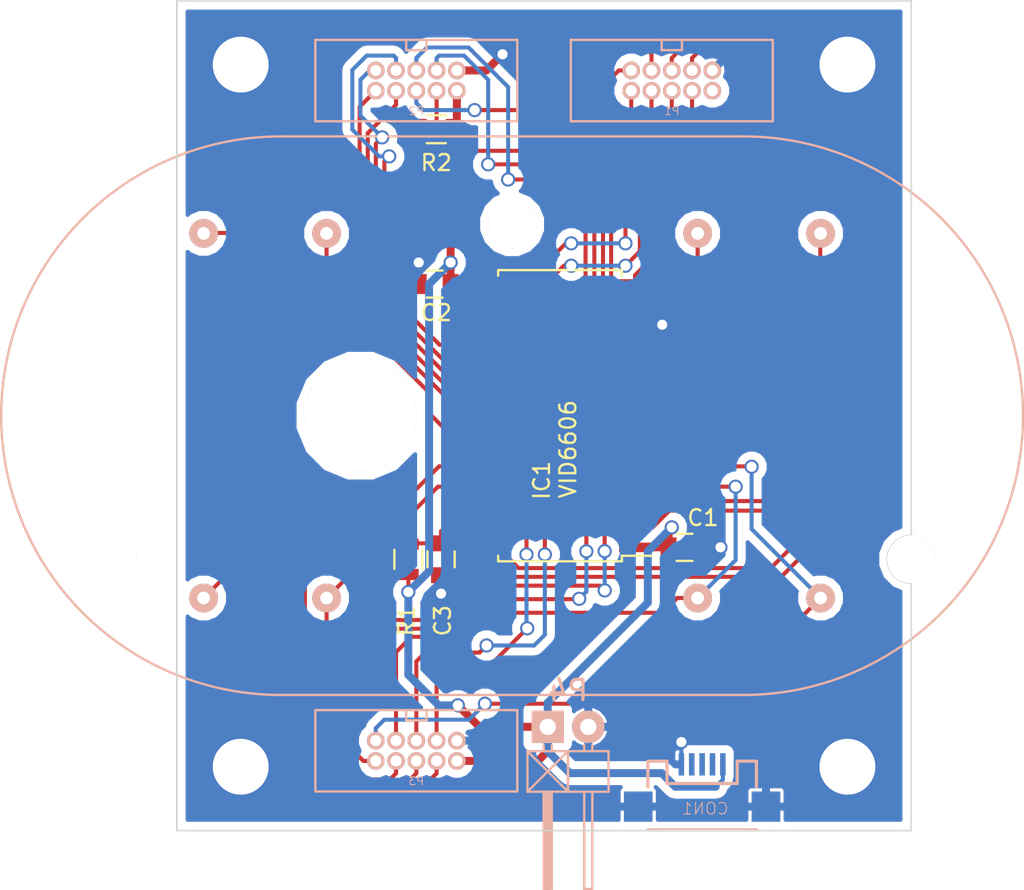
<source format=kicad_pcb>
(kicad_pcb (version 4) (host pcbnew "(2014-11-15 BZR 5288)-product")

  (general
    (links 53)
    (no_connects 0)
    (area 78.949999 73.949999 125.050001 126.050001)
    (thickness 1.6)
    (drawings 7)
    (tracks 369)
    (zones 0)
    (modules 16)
    (nets 29)
  )

  (page A4)
  (layers
    (0 F.Cu signal)
    (31 B.Cu signal)
    (32 B.Adhes user)
    (33 F.Adhes user)
    (34 B.Paste user)
    (35 F.Paste user)
    (36 B.SilkS user)
    (37 F.SilkS user)
    (38 B.Mask user)
    (39 F.Mask user)
    (40 Dwgs.User user)
    (41 Cmts.User user)
    (42 Eco1.User user)
    (43 Eco2.User user)
    (44 Edge.Cuts user)
    (45 Margin user)
    (46 B.CrtYd user)
    (47 F.CrtYd user)
    (48 B.Fab user)
    (49 F.Fab user)
  )

  (setup
    (last_trace_width 0.254)
    (trace_clearance 0.254)
    (zone_clearance 0.5)
    (zone_45_only no)
    (trace_min 0.254)
    (segment_width 0.2)
    (edge_width 0.1)
    (via_size 0.889)
    (via_drill 0.635)
    (via_min_size 0.889)
    (via_min_drill 0.508)
    (uvia_size 0.508)
    (uvia_drill 0.127)
    (uvias_allowed no)
    (uvia_min_size 0.508)
    (uvia_min_drill 0.127)
    (pcb_text_width 0.3)
    (pcb_text_size 1.5 1.5)
    (mod_edge_width 0.15)
    (mod_text_size 1 1)
    (mod_text_width 0.15)
    (pad_size 0.76 2.4)
    (pad_drill 0)
    (pad_to_mask_clearance 0)
    (aux_axis_origin 0 0)
    (visible_elements 7FFFFFFF)
    (pcbplotparams
      (layerselection 0x010f0_80000001)
      (usegerberextensions false)
      (excludeedgelayer true)
      (linewidth 0.100000)
      (plotframeref false)
      (viasonmask false)
      (mode 1)
      (useauxorigin false)
      (hpglpennumber 1)
      (hpglpenspeed 20)
      (hpglpendiameter 15)
      (hpglpenoverlay 2)
      (psnegative false)
      (psa4output false)
      (plotreference true)
      (plotvalue true)
      (plotinvisibletext false)
      (padsonsilk false)
      (subtractmaskfromsilk false)
      (outputformat 1)
      (mirror false)
      (drillshape 0)
      (scaleselection 1)
      (outputdirectory gerber/))
  )

  (net 0 "")
  (net 1 +5V)
  (net 2 GND)
  (net 3 "Net-(C3-Pad1)")
  (net 4 "Net-(IC1-Pad2)")
  (net 5 "Net-(IC1-Pad3)")
  (net 6 "Net-(IC1-Pad4)")
  (net 7 "Net-(IC1-Pad5)")
  (net 8 "Net-(IC1-Pad6)")
  (net 9 "Net-(IC1-Pad7)")
  (net 10 "Net-(IC1-Pad8)")
  (net 11 "Net-(IC1-Pad9)")
  (net 12 "Net-(IC1-Pad10)")
  (net 13 "Net-(IC1-Pad11)")
  (net 14 "Net-(IC1-Pad13)")
  (net 15 "Net-(IC1-Pad14)")
  (net 16 "Net-(IC1-Pad16)")
  (net 17 "Net-(IC1-Pad17)")
  (net 18 "Net-(IC1-Pad18)")
  (net 19 "Net-(IC1-Pad19)")
  (net 20 "Net-(IC1-Pad20)")
  (net 21 "Net-(IC1-Pad21)")
  (net 22 "Net-(IC1-Pad22)")
  (net 23 "Net-(IC1-Pad23)")
  (net 24 "Net-(IC1-Pad24)")
  (net 25 "Net-(IC1-Pad25)")
  (net 26 "Net-(IC1-Pad27)")
  (net 27 "Net-(IC1-Pad28)")
  (net 28 "Net-(P2-Pad10)")

  (net_class Default "Dies ist die voreingestellte Netzklasse."
    (clearance 0.254)
    (trace_width 0.254)
    (via_dia 0.889)
    (via_drill 0.635)
    (uvia_dia 0.508)
    (uvia_drill 0.127)
    (add_net +5V)
    (add_net GND)
    (add_net "Net-(C3-Pad1)")
    (add_net "Net-(IC1-Pad10)")
    (add_net "Net-(IC1-Pad11)")
    (add_net "Net-(IC1-Pad13)")
    (add_net "Net-(IC1-Pad14)")
    (add_net "Net-(IC1-Pad16)")
    (add_net "Net-(IC1-Pad17)")
    (add_net "Net-(IC1-Pad18)")
    (add_net "Net-(IC1-Pad19)")
    (add_net "Net-(IC1-Pad2)")
    (add_net "Net-(IC1-Pad20)")
    (add_net "Net-(IC1-Pad21)")
    (add_net "Net-(IC1-Pad22)")
    (add_net "Net-(IC1-Pad23)")
    (add_net "Net-(IC1-Pad24)")
    (add_net "Net-(IC1-Pad25)")
    (add_net "Net-(IC1-Pad27)")
    (add_net "Net-(IC1-Pad28)")
    (add_net "Net-(IC1-Pad3)")
    (add_net "Net-(IC1-Pad4)")
    (add_net "Net-(IC1-Pad5)")
    (add_net "Net-(IC1-Pad6)")
    (add_net "Net-(IC1-Pad7)")
    (add_net "Net-(IC1-Pad8)")
    (add_net "Net-(IC1-Pad9)")
    (add_net "Net-(P2-Pad10)")
  )

  (module vid28-05:vid28-05 (layer B.Cu) (tedit 547CF647) (tstamp 5480ECAB)
    (at 100 100)
    (path /547A2EBC)
    (fp_text reference U1 (at 3.35 -3.85 90) (layer B.SilkS) hide
      (effects (font (size 1.5 1.5) (thickness 0.15)) (justify mirror))
    )
    (fp_text value VID28-05 (at -17.9 -0.7 90) (layer B.SilkS) hide
      (effects (font (size 1.5 1.5) (thickness 0.15)) (justify mirror))
    )
    (fp_arc (start -14.5 0) (end -32 0) (angle -90) (layer B.SilkS) (width 0.15))
    (fp_arc (start -14.5 0) (end -14.5 -17.5) (angle -90) (layer B.SilkS) (width 0.15))
    (fp_arc (start 14.5 0) (end 14.5 17.5) (angle -90) (layer B.SilkS) (width 0.15))
    (fp_arc (start 14.5 0) (end 32 0) (angle -90) (layer B.SilkS) (width 0.15))
    (fp_line (start -14.5 -17.5) (end 14.5 -17.5) (layer B.SilkS) (width 0.15))
    (fp_line (start 14.5 17.5) (end -14.5 17.5) (layer B.SilkS) (width 0.15))
    (pad 5 thru_hole circle (at -19.32 -11.425) (size 1.8 1.8) (drill 0.8) (layers *.Cu *.Mask B.SilkS)
      (net 23 "Net-(IC1-Pad23)"))
    (pad 8 thru_hole circle (at -19.32 11.425) (size 1.8 1.8) (drill 0.8) (layers *.Cu *.Mask B.SilkS)
      (net 24 "Net-(IC1-Pad24)"))
    (pad 2 thru_hole circle (at 19.32 -11.425) (size 1.8 1.8) (drill 0.8) (layers *.Cu *.Mask B.SilkS)
      (net 8 "Net-(IC1-Pad6)"))
    (pad 3 thru_hole circle (at 19.32 11.425) (size 1.8 1.8) (drill 0.8) (layers *.Cu *.Mask B.SilkS)
      (net 7 "Net-(IC1-Pad5)"))
    (pad 7 thru_hole circle (at -11.62 11.425) (size 1.8 1.8) (drill 0.8) (layers *.Cu *.Mask B.SilkS)
      (net 25 "Net-(IC1-Pad25)"))
    (pad 4 thru_hole circle (at 11.62 11.425) (size 1.8 1.8) (drill 0.8) (layers *.Cu *.Mask B.SilkS)
      (net 6 "Net-(IC1-Pad4)"))
    (pad 1 thru_hole circle (at 11.62 -11.425) (size 1.8 1.8) (drill 0.8) (layers *.Cu *.Mask B.SilkS)
      (net 9 "Net-(IC1-Pad7)"))
    (pad 6 thru_hole circle (at -11.62 -11.425) (size 1.8 1.8) (drill 0.8) (layers *.Cu *.Mask B.SilkS)
      (net 22 "Net-(IC1-Pad22)"))
    (pad "" np_thru_hole circle (at 0 -12) (size 3 3) (drill 3) (layers *.Cu *.Mask B.SilkS))
    (pad "" np_thru_hole circle (at -25 9) (size 3 3) (drill 3) (layers *.Cu *.Mask B.SilkS))
    (pad "" np_thru_hole circle (at 25 9) (size 3 3) (drill 3) (layers *.Cu *.Mask B.SilkS))
    (pad "" np_thru_hole circle (at -9.5 0) (size 7 7) (drill 7) (layers *.Cu *.Mask B.SilkS))
  )

  (module multiclock-cache:pinheader_10_50mil (layer B.Cu) (tedit 5480D7A7) (tstamp 5480D2AD)
    (at 94 121)
    (path /547CC36D)
    (fp_text reference P3 (at 0 1.905) (layer B.SilkS)
      (effects (font (size 0.5 0.5) (thickness 0.06)) (justify mirror))
    )
    (fp_text value CONN_02X05 (at 5.08 0.635) (layer B.SilkS) hide
      (effects (font (size 0.5 0.5) (thickness 0.06)) (justify mirror))
    )
    (fp_line (start -0.635 -2.54) (end -0.635 -1.905) (layer B.SilkS) (width 0.15))
    (fp_line (start -0.635 -1.905) (end 0.635 -1.905) (layer B.SilkS) (width 0.15))
    (fp_line (start 0.635 -1.905) (end 0.635 -2.54) (layer B.SilkS) (width 0.15))
    (fp_line (start -6.325 -2.55) (end 6.325 -2.55) (layer B.SilkS) (width 0.15))
    (fp_line (start 6.325 -2.55) (end 6.325 2.55) (layer B.SilkS) (width 0.15))
    (fp_line (start 6.325 2.55) (end -6.325 2.55) (layer B.SilkS) (width 0.15))
    (fp_line (start -6.325 2.55) (end -6.325 -2.55) (layer B.SilkS) (width 0.15))
    (pad 2 thru_hole circle (at -2.54 0.635) (size 1.1 1.1) (drill 0.7) (layers *.Cu *.Mask B.SilkS)
      (net 9 "Net-(IC1-Pad7)"))
    (pad 4 thru_hole circle (at -1.27 0.635) (size 1.1 1.1) (drill 0.7) (layers *.Cu *.Mask B.SilkS)
      (net 8 "Net-(IC1-Pad6)"))
    (pad 6 thru_hole circle (at 0 0.635) (size 1.1 1.1) (drill 0.7) (layers *.Cu *.Mask B.SilkS)
      (net 25 "Net-(IC1-Pad25)"))
    (pad 8 thru_hole circle (at 1.27 0.635) (size 1.1 1.1) (drill 0.7) (layers *.Cu *.Mask B.SilkS)
      (net 24 "Net-(IC1-Pad24)"))
    (pad 10 thru_hole circle (at 2.54 0.635) (size 1.1 1.1) (drill 0.7) (layers *.Cu *.Mask B.SilkS)
      (net 1 +5V))
    (pad 1 thru_hole circle (at -2.54 -0.635) (size 1.1 1.1) (drill 0.7) (layers *.Cu *.Mask B.SilkS)
      (net 7 "Net-(IC1-Pad5)"))
    (pad 3 thru_hole circle (at -1.27 -0.635) (size 1.1 1.1) (drill 0.7) (layers *.Cu *.Mask B.SilkS)
      (net 6 "Net-(IC1-Pad4)"))
    (pad 5 thru_hole circle (at 0 -0.635) (size 1.1 1.1) (drill 0.7) (layers *.Cu *.Mask B.SilkS)
      (net 22 "Net-(IC1-Pad22)"))
    (pad 7 thru_hole circle (at 1.27 -0.635) (size 1.1 1.1) (drill 0.7) (layers *.Cu *.Mask B.SilkS)
      (net 23 "Net-(IC1-Pad23)"))
    (pad 9 thru_hole circle (at 2.54 -0.635) (size 1.1 1.1) (drill 0.7) (layers *.Cu *.Mask B.SilkS)
      (net 2 GND))
  )

  (module multiclock-cache:pinheader_10_50mil (layer B.Cu) (tedit 5480D7B3) (tstamp 5480E360)
    (at 94 79)
    (path /547CC436)
    (fp_text reference P2 (at 0 1.905) (layer B.SilkS)
      (effects (font (size 0.5 0.5) (thickness 0.06)) (justify mirror))
    )
    (fp_text value CONN_02X05 (at 5.08 0.635) (layer B.SilkS) hide
      (effects (font (size 0.5 0.5) (thickness 0.06)) (justify mirror))
    )
    (fp_line (start -0.635 -2.54) (end -0.635 -1.905) (layer B.SilkS) (width 0.15))
    (fp_line (start -0.635 -1.905) (end 0.635 -1.905) (layer B.SilkS) (width 0.15))
    (fp_line (start 0.635 -1.905) (end 0.635 -2.54) (layer B.SilkS) (width 0.15))
    (fp_line (start -6.325 -2.55) (end 6.325 -2.55) (layer B.SilkS) (width 0.15))
    (fp_line (start 6.325 -2.55) (end 6.325 2.55) (layer B.SilkS) (width 0.15))
    (fp_line (start 6.325 2.55) (end -6.325 2.55) (layer B.SilkS) (width 0.15))
    (fp_line (start -6.325 2.55) (end -6.325 -2.55) (layer B.SilkS) (width 0.15))
    (pad 2 thru_hole circle (at -2.54 0.635) (size 1.1 1.1) (drill 0.7) (layers *.Cu *.Mask B.SilkS)
      (net 21 "Net-(IC1-Pad21)"))
    (pad 4 thru_hole circle (at -1.27 0.635) (size 1.1 1.1) (drill 0.7) (layers *.Cu *.Mask B.SilkS)
      (net 20 "Net-(IC1-Pad20)"))
    (pad 6 thru_hole circle (at 0 0.635) (size 1.1 1.1) (drill 0.7) (layers *.Cu *.Mask B.SilkS)
      (net 13 "Net-(IC1-Pad11)"))
    (pad 8 thru_hole circle (at 1.27 0.635) (size 1.1 1.1) (drill 0.7) (layers *.Cu *.Mask B.SilkS)
      (net 12 "Net-(IC1-Pad10)"))
    (pad 10 thru_hole circle (at 2.54 0.635) (size 1.1 1.1) (drill 0.7) (layers *.Cu *.Mask B.SilkS)
      (net 28 "Net-(P2-Pad10)"))
    (pad 1 thru_hole circle (at -2.54 -0.635) (size 1.1 1.1) (drill 0.7) (layers *.Cu *.Mask B.SilkS)
      (net 19 "Net-(IC1-Pad19)"))
    (pad 3 thru_hole circle (at -1.27 -0.635) (size 1.1 1.1) (drill 0.7) (layers *.Cu *.Mask B.SilkS)
      (net 18 "Net-(IC1-Pad18)"))
    (pad 5 thru_hole circle (at 0 -0.635) (size 1.1 1.1) (drill 0.7) (layers *.Cu *.Mask B.SilkS)
      (net 10 "Net-(IC1-Pad8)"))
    (pad 7 thru_hole circle (at 1.27 -0.635) (size 1.1 1.1) (drill 0.7) (layers *.Cu *.Mask B.SilkS)
      (net 11 "Net-(IC1-Pad9)"))
    (pad 9 thru_hole circle (at 2.54 -0.635) (size 1.1 1.1) (drill 0.7) (layers *.Cu *.Mask B.SilkS)
      (net 2 GND))
  )

  (module Capacitors_SMD:C_0805 (layer F.Cu) (tedit 547CF669) (tstamp 547A32E2)
    (at 110.8 108.25)
    (descr "Capacitor SMD 0805, reflow soldering, AVX (see smccp.pdf)")
    (tags "capacitor 0805")
    (path /547A35B0)
    (attr smd)
    (fp_text reference C1 (at 1.15 -1.85) (layer F.SilkS)
      (effects (font (size 1 1) (thickness 0.15)))
    )
    (fp_text value 10µ (at 0 2.1) (layer F.SilkS) hide
      (effects (font (size 1 1) (thickness 0.15)))
    )
    (fp_line (start -1.8 -1) (end 1.8 -1) (layer F.CrtYd) (width 0.05))
    (fp_line (start -1.8 1) (end 1.8 1) (layer F.CrtYd) (width 0.05))
    (fp_line (start -1.8 -1) (end -1.8 1) (layer F.CrtYd) (width 0.05))
    (fp_line (start 1.8 -1) (end 1.8 1) (layer F.CrtYd) (width 0.05))
    (fp_line (start 0.5 -0.85) (end -0.5 -0.85) (layer F.SilkS) (width 0.15))
    (fp_line (start -0.5 0.85) (end 0.5 0.85) (layer F.SilkS) (width 0.15))
    (pad 1 smd rect (at -1 0) (size 1 1.25) (layers F.Cu F.Paste F.Mask)
      (net 1 +5V))
    (pad 2 smd rect (at 1 0) (size 1 1.25) (layers F.Cu F.Paste F.Mask)
      (net 2 GND))
    (model Capacitors_SMD/C_0805N.wrl
      (at (xyz 0 0 0))
      (scale (xyz 1 1 1))
      (rotate (xyz 0 0 0))
    )
  )

  (module Capacitors_SMD:C_0805 (layer F.Cu) (tedit 547CF68F) (tstamp 547A32EE)
    (at 95.15 91.75 180)
    (descr "Capacitor SMD 0805, reflow soldering, AVX (see smccp.pdf)")
    (tags "capacitor 0805")
    (path /547A3549)
    (attr smd)
    (fp_text reference C2 (at -0.1 -1.8 180) (layer F.SilkS)
      (effects (font (size 1 1) (thickness 0.15)))
    )
    (fp_text value 10µ (at 0 2.1 180) (layer F.SilkS) hide
      (effects (font (size 1 1) (thickness 0.15)))
    )
    (fp_line (start -1.8 -1) (end 1.8 -1) (layer F.CrtYd) (width 0.05))
    (fp_line (start -1.8 1) (end 1.8 1) (layer F.CrtYd) (width 0.05))
    (fp_line (start -1.8 -1) (end -1.8 1) (layer F.CrtYd) (width 0.05))
    (fp_line (start 1.8 -1) (end 1.8 1) (layer F.CrtYd) (width 0.05))
    (fp_line (start 0.5 -0.85) (end -0.5 -0.85) (layer F.SilkS) (width 0.15))
    (fp_line (start -0.5 0.85) (end 0.5 0.85) (layer F.SilkS) (width 0.15))
    (pad 1 smd rect (at -1 0 180) (size 1 1.25) (layers F.Cu F.Paste F.Mask)
      (net 1 +5V))
    (pad 2 smd rect (at 1 0 180) (size 1 1.25) (layers F.Cu F.Paste F.Mask)
      (net 2 GND))
    (model Capacitors_SMD/C_0805N.wrl
      (at (xyz 0 0 0))
      (scale (xyz 1 1 1))
      (rotate (xyz 0 0 0))
    )
  )

  (module Capacitors_SMD:C_0805 (layer F.Cu) (tedit 547CF680) (tstamp 547A32FA)
    (at 95.55 109 270)
    (descr "Capacitor SMD 0805, reflow soldering, AVX (see smccp.pdf)")
    (tags "capacitor 0805")
    (path /547A39B5)
    (attr smd)
    (fp_text reference C3 (at 3.85 -0.1 270) (layer F.SilkS)
      (effects (font (size 1 1) (thickness 0.15)))
    )
    (fp_text value 1µ (at -0.05 2.15 270) (layer F.SilkS) hide
      (effects (font (size 1 1) (thickness 0.15)))
    )
    (fp_line (start -1.8 -1) (end 1.8 -1) (layer F.CrtYd) (width 0.05))
    (fp_line (start -1.8 1) (end 1.8 1) (layer F.CrtYd) (width 0.05))
    (fp_line (start -1.8 -1) (end -1.8 1) (layer F.CrtYd) (width 0.05))
    (fp_line (start 1.8 -1) (end 1.8 1) (layer F.CrtYd) (width 0.05))
    (fp_line (start 0.5 -0.85) (end -0.5 -0.85) (layer F.SilkS) (width 0.15))
    (fp_line (start -0.5 0.85) (end 0.5 0.85) (layer F.SilkS) (width 0.15))
    (pad 1 smd rect (at -1 0 270) (size 1 1.25) (layers F.Cu F.Paste F.Mask)
      (net 3 "Net-(C3-Pad1)"))
    (pad 2 smd rect (at 1 0 270) (size 1 1.25) (layers F.Cu F.Paste F.Mask)
      (net 2 GND))
    (model Capacitors_SMD/C_0805N.wrl
      (at (xyz 0 0 0))
      (scale (xyz 1 1 1))
      (rotate (xyz 0 0 0))
    )
  )

  (module sparkfun:SPARKFUN-CONNECTORS_USB-MICROB (layer B.Cu) (tedit 5480EF10) (tstamp 547CD12E)
    (at 111.9 124.5 180)
    (descr "Micro USB Package")
    (path /547A4AF9)
    (fp_text reference CON1 (at -1.7 -0.55 180) (layer B.SilkS)
      (effects (font (size 0.7239 0.7239) (thickness 0.06096)) (justify left bottom mirror))
    )
    (fp_text value USB-MICRO-B (at -5 -3.7 180) (layer B.SilkS) hide
      (effects (font (size 0.7239 0.7239) (thickness 0.06096)) (justify left bottom mirror))
    )
    (fp_line (start -3.4 -2.15) (end -3 -2.15) (layer Dwgs.User) (width 0.127))
    (fp_line (start 3 -2.15) (end 3.4 -2.15) (layer Dwgs.User) (width 0.127))
    (fp_line (start -3.4 -2.15) (end -3.4 -1.45) (layer Dwgs.User) (width 0.127))
    (fp_line (start -3.4 -1.45) (end -3.4 2.85) (layer Dwgs.User) (width 0.127))
    (fp_line (start 3.4 2.85) (end 2.2 2.85) (layer Dwgs.User) (width 0.127))
    (fp_line (start 3.4 2.85) (end 3.4 -1.45) (layer Dwgs.User) (width 0.127))
    (fp_line (start 3.4 -1.45) (end 3.4 -2.15) (layer Dwgs.User) (width 0.127))
    (fp_line (start -3.4 -1.45) (end 3.4 -1.45) (layer Dwgs.User) (width 0.127))
    (fp_line (start -3.4 1.25) (end -3.4 2.85) (layer B.SilkS) (width 0.2032))
    (fp_line (start -3.4 2.85) (end -2.2 2.85) (layer B.SilkS) (width 0.2032))
    (fp_line (start 3.4 2.85) (end 2.2 2.85) (layer B.SilkS) (width 0.2032))
    (fp_line (start 3.4 1.25) (end 3.4 2.85) (layer B.SilkS) (width 0.2032))
    (fp_line (start -3.4 -1.45) (end 3.4 -1.45) (layer B.SilkS) (width 0.2032))
    (fp_line (start -2.2 1.45) (end 2.2 1.45) (layer Dwgs.User) (width 0.127))
    (fp_line (start 2.2 1.45) (end 2.2 2.85) (layer Dwgs.User) (width 0.127))
    (fp_line (start -2.2 1.45) (end -2.2 2.85) (layer Dwgs.User) (width 0.127))
    (fp_line (start -3.4 2.85) (end -2.2 2.85) (layer Dwgs.User) (width 0.127))
    (fp_line (start -2.2 2.85) (end -2.2 1.45) (layer B.SilkS) (width 0.2032))
    (fp_line (start -2.2 1.45) (end 2.2 1.45) (layer B.SilkS) (width 0.2032))
    (fp_line (start 2.2 1.45) (end 2.2 2.85) (layer B.SilkS) (width 0.2032))
    (fp_line (start -3.4 -2.15) (end -4 -2.75) (layer Dwgs.User) (width 0.2032))
    (fp_line (start 3.4 -2.15) (end 4 -2.75) (layer Dwgs.User) (width 0.2032))
    (fp_line (start -3 -2.15) (end -3 -2.55) (layer Dwgs.User) (width 0.127))
    (fp_line (start -2.8 -2.8) (end 2.75 -2.8) (layer Dwgs.User) (width 0.127))
    (fp_line (start 3 -2.6) (end 3 -2.15) (layer Dwgs.User) (width 0.127))
    (fp_line (start -3 -2.55) (end -2.8 -2.8) (layer Dwgs.User) (width 0.127))
    (fp_line (start 2.75 -2.8) (end 3 -2.6) (layer Dwgs.User) (width 0.127))
    (pad 3 smd rect (at 0 2.65 90) (size 1.4 0.35) (layers B.Cu B.Paste B.Mask))
    (pad 2 smd rect (at -0.65 2.65 90) (size 1.4 0.35) (layers B.Cu B.Paste B.Mask))
    (pad 5 smd rect (at 1.3 2.65 90) (size 1.4 0.35) (layers B.Cu B.Paste B.Mask)
      (net 2 GND))
    (pad 4 smd rect (at 0.65 2.65 90) (size 1.4 0.35) (layers B.Cu B.Paste B.Mask))
    (pad 6 smd rect (at -4 0 180) (size 1.8 1.9) (layers B.Cu B.Paste B.Mask)
      (net 2 GND))
    (pad 7 smd rect (at 4 0 180) (size 1.8 1.9) (layers B.Cu B.Paste B.Mask)
      (net 2 GND))
    (pad 1 smd rect (at -1.3 2.65 90) (size 1.4 0.35) (layers B.Cu B.Paste B.Mask)
      (net 1 +5V))
    (model walter/conn_pc/usb_B_micro_smd.wrl
      (at (xyz 0 0 0))
      (scale (xyz 1 1 1))
      (rotate (xyz 0 0 0))
    )
  )

  (module Housings_SOIC:SOIC-28_7.5x17.9mm_Pitch1.27mm (layer F.Cu) (tedit 54130A77) (tstamp 547A334B)
    (at 103 100 180)
    (descr "28-Lead Plastic Small Outline (SO) - Wide, 7.50 mm Body [SOIC] (see Microchip Packaging Specification 00000049BS.pdf)")
    (tags "SOIC 1.27")
    (path /547A2F9D)
    (attr smd)
    (fp_text reference IC1 (at 1.15 -4.05 270) (layer F.SilkS)
      (effects (font (size 1 1) (thickness 0.15)))
    )
    (fp_text value VID6606 (at -0.5 -2.1 270) (layer F.SilkS)
      (effects (font (size 1 1) (thickness 0.15)))
    )
    (fp_line (start -5.95 -9.3) (end -5.95 9.3) (layer F.CrtYd) (width 0.05))
    (fp_line (start 5.95 -9.3) (end 5.95 9.3) (layer F.CrtYd) (width 0.05))
    (fp_line (start -5.95 -9.3) (end 5.95 -9.3) (layer F.CrtYd) (width 0.05))
    (fp_line (start -5.95 9.3) (end 5.95 9.3) (layer F.CrtYd) (width 0.05))
    (fp_line (start -3.875 -9.125) (end -3.875 -8.78) (layer F.SilkS) (width 0.15))
    (fp_line (start 3.875 -9.125) (end 3.875 -8.78) (layer F.SilkS) (width 0.15))
    (fp_line (start 3.875 9.125) (end 3.875 8.78) (layer F.SilkS) (width 0.15))
    (fp_line (start -3.875 9.125) (end -3.875 8.78) (layer F.SilkS) (width 0.15))
    (fp_line (start -3.875 -9.125) (end 3.875 -9.125) (layer F.SilkS) (width 0.15))
    (fp_line (start -3.875 9.125) (end 3.875 9.125) (layer F.SilkS) (width 0.15))
    (fp_line (start -3.875 -8.78) (end -5.7 -8.78) (layer F.SilkS) (width 0.15))
    (pad 1 smd rect (at -4.7 -8.255 180) (size 2 0.6) (layers F.Cu F.Paste F.Mask)
      (net 1 +5V))
    (pad 2 smd rect (at -4.7 -6.985 180) (size 2 0.6) (layers F.Cu F.Paste F.Mask)
      (net 4 "Net-(IC1-Pad2)"))
    (pad 3 smd rect (at -4.7 -5.715 180) (size 2 0.6) (layers F.Cu F.Paste F.Mask)
      (net 5 "Net-(IC1-Pad3)"))
    (pad 4 smd rect (at -4.7 -4.445 180) (size 2 0.6) (layers F.Cu F.Paste F.Mask)
      (net 6 "Net-(IC1-Pad4)"))
    (pad 5 smd rect (at -4.7 -3.175 180) (size 2 0.6) (layers F.Cu F.Paste F.Mask)
      (net 7 "Net-(IC1-Pad5)"))
    (pad 6 smd rect (at -4.7 -1.905 180) (size 2 0.6) (layers F.Cu F.Paste F.Mask)
      (net 8 "Net-(IC1-Pad6)"))
    (pad 7 smd rect (at -4.7 -0.635 180) (size 2 0.6) (layers F.Cu F.Paste F.Mask)
      (net 9 "Net-(IC1-Pad7)"))
    (pad 8 smd rect (at -4.7 0.635 180) (size 2 0.6) (layers F.Cu F.Paste F.Mask)
      (net 10 "Net-(IC1-Pad8)"))
    (pad 9 smd rect (at -4.7 1.905 180) (size 2 0.6) (layers F.Cu F.Paste F.Mask)
      (net 11 "Net-(IC1-Pad9)"))
    (pad 10 smd rect (at -4.7 3.175 180) (size 2 0.6) (layers F.Cu F.Paste F.Mask)
      (net 12 "Net-(IC1-Pad10)"))
    (pad 11 smd rect (at -4.7 4.445 180) (size 2 0.6) (layers F.Cu F.Paste F.Mask)
      (net 13 "Net-(IC1-Pad11)"))
    (pad 12 smd rect (at -4.7 5.715 180) (size 2 0.6) (layers F.Cu F.Paste F.Mask)
      (net 2 GND))
    (pad 13 smd rect (at -4.7 6.985 180) (size 2 0.6) (layers F.Cu F.Paste F.Mask)
      (net 14 "Net-(IC1-Pad13)"))
    (pad 14 smd rect (at -4.7 8.255 180) (size 2 0.6) (layers F.Cu F.Paste F.Mask)
      (net 15 "Net-(IC1-Pad14)"))
    (pad 15 smd rect (at 4.7 8.255 180) (size 2 0.6) (layers F.Cu F.Paste F.Mask)
      (net 1 +5V))
    (pad 16 smd rect (at 4.7 6.985 180) (size 2 0.6) (layers F.Cu F.Paste F.Mask)
      (net 16 "Net-(IC1-Pad16)"))
    (pad 17 smd rect (at 4.7 5.715 180) (size 2 0.6) (layers F.Cu F.Paste F.Mask)
      (net 17 "Net-(IC1-Pad17)"))
    (pad 18 smd rect (at 4.7 4.445 180) (size 2 0.6) (layers F.Cu F.Paste F.Mask)
      (net 18 "Net-(IC1-Pad18)"))
    (pad 19 smd rect (at 4.7 3.175 180) (size 2 0.6) (layers F.Cu F.Paste F.Mask)
      (net 19 "Net-(IC1-Pad19)"))
    (pad 20 smd rect (at 4.7 1.905 180) (size 2 0.6) (layers F.Cu F.Paste F.Mask)
      (net 20 "Net-(IC1-Pad20)"))
    (pad 21 smd rect (at 4.7 0.635 180) (size 2 0.6) (layers F.Cu F.Paste F.Mask)
      (net 21 "Net-(IC1-Pad21)"))
    (pad 22 smd rect (at 4.7 -0.635 180) (size 2 0.6) (layers F.Cu F.Paste F.Mask)
      (net 22 "Net-(IC1-Pad22)"))
    (pad 23 smd rect (at 4.7 -1.905 180) (size 2 0.6) (layers F.Cu F.Paste F.Mask)
      (net 23 "Net-(IC1-Pad23)"))
    (pad 24 smd rect (at 4.7 -3.175 180) (size 2 0.6) (layers F.Cu F.Paste F.Mask)
      (net 24 "Net-(IC1-Pad24)"))
    (pad 25 smd rect (at 4.7 -4.445 180) (size 2 0.6) (layers F.Cu F.Paste F.Mask)
      (net 25 "Net-(IC1-Pad25)"))
    (pad 26 smd rect (at 4.7 -5.715 180) (size 2 0.6) (layers F.Cu F.Paste F.Mask)
      (net 3 "Net-(C3-Pad1)"))
    (pad 27 smd rect (at 4.7 -6.985 180) (size 2 0.6) (layers F.Cu F.Paste F.Mask)
      (net 26 "Net-(IC1-Pad27)"))
    (pad 28 smd rect (at 4.7 -8.255 180) (size 2 0.6) (layers F.Cu F.Paste F.Mask)
      (net 27 "Net-(IC1-Pad28)"))
    (model Housings_SOIC/SOIC-28_7.5x17.9mm_Pitch1.27mm.wrl
      (at (xyz 0 0 0))
      (scale (xyz 1 1 1))
      (rotate (xyz 0 0 0))
    )
  )

  (module Resistors_SMD:R_0805 (layer F.Cu) (tedit 547CF686) (tstamp 547A337D)
    (at 93.5 109 270)
    (descr "Resistor SMD 0805, reflow soldering, Vishay (see dcrcw.pdf)")
    (tags "resistor 0805")
    (path /547A3903)
    (attr smd)
    (fp_text reference R1 (at 3.85 0.1 270) (layer F.SilkS)
      (effects (font (size 1 1) (thickness 0.15)))
    )
    (fp_text value 10k (at 0 2.1 270) (layer F.SilkS) hide
      (effects (font (size 1 1) (thickness 0.15)))
    )
    (fp_line (start -1.6 -1) (end 1.6 -1) (layer F.CrtYd) (width 0.05))
    (fp_line (start -1.6 1) (end 1.6 1) (layer F.CrtYd) (width 0.05))
    (fp_line (start -1.6 -1) (end -1.6 1) (layer F.CrtYd) (width 0.05))
    (fp_line (start 1.6 -1) (end 1.6 1) (layer F.CrtYd) (width 0.05))
    (fp_line (start 0.6 0.875) (end -0.6 0.875) (layer F.SilkS) (width 0.15))
    (fp_line (start -0.6 -0.875) (end 0.6 -0.875) (layer F.SilkS) (width 0.15))
    (pad 1 smd rect (at -0.95 0 270) (size 0.7 1.3) (layers F.Cu F.Paste F.Mask)
      (net 3 "Net-(C3-Pad1)"))
    (pad 2 smd rect (at 0.95 0 270) (size 0.7 1.3) (layers F.Cu F.Paste F.Mask)
      (net 1 +5V))
    (model Resistors_SMD/R_0805.wrl
      (at (xyz 0 0 0))
      (scale (xyz 1 1 1))
      (rotate (xyz 0 0 0))
    )
  )

  (module multiclock-cache:pinheader_10_50mil (layer B.Cu) (tedit 5480D7AF) (tstamp 5480D652)
    (at 110 79)
    (path /547A3676)
    (fp_text reference P1 (at 0 1.905) (layer B.SilkS)
      (effects (font (size 0.5 0.5) (thickness 0.06)) (justify mirror))
    )
    (fp_text value CONN_01X09 (at 5.08 0.635) (layer B.SilkS) hide
      (effects (font (size 0.5 0.5) (thickness 0.06)) (justify mirror))
    )
    (fp_line (start -0.635 -2.54) (end -0.635 -1.905) (layer B.SilkS) (width 0.15))
    (fp_line (start -0.635 -1.905) (end 0.635 -1.905) (layer B.SilkS) (width 0.15))
    (fp_line (start 0.635 -1.905) (end 0.635 -2.54) (layer B.SilkS) (width 0.15))
    (fp_line (start -6.325 -2.55) (end 6.325 -2.55) (layer B.SilkS) (width 0.15))
    (fp_line (start 6.325 -2.55) (end 6.325 2.55) (layer B.SilkS) (width 0.15))
    (fp_line (start 6.325 2.55) (end -6.325 2.55) (layer B.SilkS) (width 0.15))
    (fp_line (start -6.325 2.55) (end -6.325 -2.55) (layer B.SilkS) (width 0.15))
    (pad 2 thru_hole circle (at -2.54 0.635) (size 1.1 1.1) (drill 0.7) (layers *.Cu *.Mask B.SilkS)
      (net 15 "Net-(IC1-Pad14)"))
    (pad 4 thru_hole circle (at -1.27 0.635) (size 1.1 1.1) (drill 0.7) (layers *.Cu *.Mask B.SilkS)
      (net 14 "Net-(IC1-Pad13)"))
    (pad 6 thru_hole circle (at 0 0.635) (size 1.1 1.1) (drill 0.7) (layers *.Cu *.Mask B.SilkS)
      (net 5 "Net-(IC1-Pad3)"))
    (pad 8 thru_hole circle (at 1.27 0.635) (size 1.1 1.1) (drill 0.7) (layers *.Cu *.Mask B.SilkS)
      (net 4 "Net-(IC1-Pad2)"))
    (pad 10 thru_hole circle (at 2.54 0.635) (size 1.1 1.1) (drill 0.7) (layers *.Cu *.Mask B.SilkS))
    (pad 1 thru_hole circle (at -2.54 -0.635) (size 1.1 1.1) (drill 0.7) (layers *.Cu *.Mask B.SilkS)
      (net 17 "Net-(IC1-Pad17)"))
    (pad 3 thru_hole circle (at -1.27 -0.635) (size 1.1 1.1) (drill 0.7) (layers *.Cu *.Mask B.SilkS)
      (net 16 "Net-(IC1-Pad16)"))
    (pad 5 thru_hole circle (at 0 -0.635) (size 1.1 1.1) (drill 0.7) (layers *.Cu *.Mask B.SilkS)
      (net 27 "Net-(IC1-Pad28)"))
    (pad 7 thru_hole circle (at 1.27 -0.635) (size 1.1 1.1) (drill 0.7) (layers *.Cu *.Mask B.SilkS)
      (net 26 "Net-(IC1-Pad27)"))
    (pad 9 thru_hole circle (at 2.54 -0.635) (size 1.1 1.1) (drill 0.7) (layers *.Cu *.Mask B.SilkS)
      (net 2 GND))
  )

  (module Resistors_SMD:R_0805 (layer F.Cu) (tedit 5480EEF2) (tstamp 5480E36D)
    (at 95.25 82.05 180)
    (descr "Resistor SMD 0805, reflow soldering, Vishay (see dcrcw.pdf)")
    (tags "resistor 0805")
    (path /5480DED6)
    (attr smd)
    (fp_text reference R2 (at 0 -2.1 180) (layer F.SilkS)
      (effects (font (size 1 1) (thickness 0.15)))
    )
    (fp_text value 0R (at 0.1 0.1 180) (layer F.SilkS) hide
      (effects (font (size 1 1) (thickness 0.15)))
    )
    (fp_line (start -1.6 -1) (end 1.6 -1) (layer F.CrtYd) (width 0.05))
    (fp_line (start -1.6 1) (end 1.6 1) (layer F.CrtYd) (width 0.05))
    (fp_line (start -1.6 -1) (end -1.6 1) (layer F.CrtYd) (width 0.05))
    (fp_line (start 1.6 -1) (end 1.6 1) (layer F.CrtYd) (width 0.05))
    (fp_line (start 0.6 0.875) (end -0.6 0.875) (layer F.SilkS) (width 0.15))
    (fp_line (start -0.6 -0.875) (end 0.6 -0.875) (layer F.SilkS) (width 0.15))
    (pad 1 smd rect (at -0.95 0 180) (size 0.7 1.3) (layers F.Cu F.Paste F.Mask)
      (net 28 "Net-(P2-Pad10)"))
    (pad 2 smd rect (at 0.95 0 180) (size 0.7 1.3) (layers F.Cu F.Paste F.Mask)
      (net 1 +5V))
    (model Resistors_SMD/R_0805.wrl
      (at (xyz 0 0 0))
      (scale (xyz 1 1 1))
      (rotate (xyz 0 0 0))
    )
  )

  (module Pin_Headers:Pin_Header_Angled_1x02 (layer B.Cu) (tedit 5480DF0F) (tstamp 5480DF23)
    (at 103.5 119.5)
    (descr "Through hole pin header")
    (tags "pin header")
    (path /5480DDD7)
    (fp_text reference P4 (at 0 -2.286) (layer B.SilkS)
      (effects (font (size 1.27 1.27) (thickness 0.2032)) (justify mirror))
    )
    (fp_text value CONN_01X02 (at 0.9 15.55) (layer B.SilkS) hide
      (effects (font (size 1.27 1.27) (thickness 0.2032)) (justify mirror))
    )
    (fp_line (start 0 4.064) (end -2.54 1.524) (layer B.SilkS) (width 0.15))
    (fp_line (start -2.54 4.064) (end 0 1.524) (layer B.SilkS) (width 0.15))
    (fp_line (start -1.397 4.191) (end -1.397 10.033) (layer B.SilkS) (width 0.15))
    (fp_line (start -1.397 10.033) (end -1.143 10.033) (layer B.SilkS) (width 0.15))
    (fp_line (start -1.143 10.033) (end -1.143 4.191) (layer B.SilkS) (width 0.15))
    (fp_line (start -1.143 4.191) (end -1.27 4.191) (layer B.SilkS) (width 0.15))
    (fp_line (start -1.27 4.191) (end -1.27 10.033) (layer B.SilkS) (width 0.15))
    (fp_line (start -1.524 1.524) (end -1.524 1.143) (layer B.SilkS) (width 0.15))
    (fp_line (start -1.016 1.524) (end -1.016 1.143) (layer B.SilkS) (width 0.15))
    (fp_line (start 1.016 1.524) (end 1.016 1.143) (layer B.SilkS) (width 0.15))
    (fp_line (start 1.524 1.524) (end 1.524 1.143) (layer B.SilkS) (width 0.15))
    (fp_line (start -2.54 1.524) (end -2.54 4.064) (layer B.SilkS) (width 0.15))
    (fp_line (start 0 1.524) (end 0 4.064) (layer B.SilkS) (width 0.15))
    (fp_line (start 0 1.524) (end 2.54 1.524) (layer B.SilkS) (width 0.15))
    (fp_line (start 2.54 1.524) (end 2.54 4.064) (layer B.SilkS) (width 0.15))
    (fp_line (start 1.016 4.064) (end 1.016 10.16) (layer B.SilkS) (width 0.15))
    (fp_line (start 1.016 10.16) (end 1.524 10.16) (layer B.SilkS) (width 0.15))
    (fp_line (start 1.524 10.16) (end 1.524 4.064) (layer B.SilkS) (width 0.15))
    (fp_line (start 2.54 4.064) (end 0 4.064) (layer B.SilkS) (width 0.15))
    (fp_line (start 0 4.064) (end -2.54 4.064) (layer B.SilkS) (width 0.15))
    (fp_line (start -1.016 10.16) (end -1.016 4.064) (layer B.SilkS) (width 0.15))
    (fp_line (start -1.524 10.16) (end -1.016 10.16) (layer B.SilkS) (width 0.15))
    (fp_line (start -1.524 4.064) (end -1.524 10.16) (layer B.SilkS) (width 0.15))
    (fp_line (start 0 1.524) (end 0 4.064) (layer B.SilkS) (width 0.15))
    (fp_line (start -2.54 1.524) (end 0 1.524) (layer B.SilkS) (width 0.15))
    (pad 1 thru_hole rect (at -1.27 0) (size 2.032 2.032) (drill 1.016) (layers *.Cu *.Mask B.SilkS)
      (net 1 +5V))
    (pad 2 thru_hole oval (at 1.27 0) (size 2.032 2.032) (drill 1.016) (layers *.Cu *.Mask B.SilkS)
      (net 2 GND))
    (model Pin_Headers/Pin_Header_Angled_1x02.wrl
      (at (xyz 0 0 0))
      (scale (xyz 1 1 1))
      (rotate (xyz 0 0 0))
    )
  )

  (module Mounting_Holes:MountingHole_3-5mm (layer F.Cu) (tedit 5480EF57) (tstamp 5480EF57)
    (at 121 78)
    (descr "Mounting hole, Befestigungsbohrung, 3,5mm, No Annular, Kein Restring,")
    (tags "Mounting hole, Befestigungsbohrung, 3,5mm, No Annular, Kein Restring,")
    (fp_text reference MH (at 24.65 -7.25) (layer F.SilkS) hide
      (effects (font (thickness 0.3048)))
    )
    (fp_text value MountingHole_3-5mm_RevA_Date21Jun2010 (at 10.6 -10.45) (layer F.SilkS) hide
      (effects (font (thickness 0.3048)))
    )
    (fp_circle (center 0 0) (end 3.50012 0) (layer Cmts.User) (width 0.381))
    (pad 1 thru_hole circle (at 0 0) (size 3.50012 3.50012) (drill 3.50012) (layers))
  )

  (module Mounting_Holes:MountingHole_3-5mm (layer F.Cu) (tedit 5480EF8E) (tstamp 5480EF6A)
    (at 83 78)
    (descr "Mounting hole, Befestigungsbohrung, 3,5mm, No Annular, Kein Restring,")
    (tags "Mounting hole, Befestigungsbohrung, 3,5mm, No Annular, Kein Restring,")
    (fp_text reference MH (at -4.7 -7) (layer F.SilkS) hide
      (effects (font (thickness 0.3048)))
    )
    (fp_text value MountingHole_3-5mm_RevA_Date21Jun2010 (at -9.4 -10.5) (layer F.SilkS) hide
      (effects (font (thickness 0.3048)))
    )
    (fp_circle (center 0 0) (end 3.50012 0) (layer Cmts.User) (width 0.381))
    (pad 1 thru_hole circle (at 0 0) (size 3.50012 3.50012) (drill 3.50012) (layers))
  )

  (module Mounting_Holes:MountingHole_3-5mm (layer F.Cu) (tedit 5480EFDB) (tstamp 5480EF99)
    (at 121 122)
    (descr "Mounting hole, Befestigungsbohrung, 3,5mm, No Annular, Kein Restring,")
    (tags "Mounting hole, Befestigungsbohrung, 3,5mm, No Annular, Kein Restring,")
    (fp_text reference MH (at 13.75 7.7) (layer F.SilkS) hide
      (effects (font (thickness 0.3048)))
    )
    (fp_text value MountingHole_3-5mm_RevA_Date21Jun2010 (at 25.45 11.45) (layer F.SilkS) hide
      (effects (font (thickness 0.3048)))
    )
    (fp_circle (center 0 0) (end 3.50012 0) (layer Cmts.User) (width 0.381))
    (pad 1 thru_hole circle (at 0 0) (size 3.50012 3.50012) (drill 3.50012) (layers))
  )

  (module Mounting_Holes:MountingHole_3-5mm (layer F.Cu) (tedit 5480EFE2) (tstamp 5480EFBF)
    (at 83 122)
    (descr "Mounting hole, Befestigungsbohrung, 3,5mm, No Annular, Kein Restring,")
    (tags "Mounting hole, Befestigungsbohrung, 3,5mm, No Annular, Kein Restring,")
    (fp_text reference MH (at -13.95 4.4) (layer F.SilkS) hide
      (effects (font (thickness 0.3048)))
    )
    (fp_text value MountingHole_3-5mm_RevA_Date21Jun2010 (at -24.5 9.5) (layer F.SilkS) hide
      (effects (font (thickness 0.3048)))
    )
    (fp_circle (center 0 0) (end 3.50012 0) (layer Cmts.User) (width 0.381))
    (pad 1 thru_hole circle (at 0 0) (size 3.50012 3.50012) (drill 3.50012) (layers))
  )

  (gr_line (start 125 107.5) (end 125 74) (angle 90) (layer Edge.Cuts) (width 0.1))
  (gr_line (start 125 110.5) (end 125 126) (angle 90) (layer Edge.Cuts) (width 0.1))
  (gr_arc (start 125 109) (end 123.5 109) (angle 90) (layer Edge.Cuts) (width 0.1))
  (gr_arc (start 125 109) (end 125 110.5) (angle 90) (layer Edge.Cuts) (width 0.1))
  (gr_line (start 79 74) (end 79 126) (layer Edge.Cuts) (width 0.1))
  (gr_line (start 125 74) (end 79 74) (layer Edge.Cuts) (width 0.1))
  (gr_line (start 79 126) (end 125 126) (layer Edge.Cuts) (width 0.1))

  (segment (start 96.15 87) (end 94.3 85.15) (width 0.5) (layer F.Cu) (net 1))
  (segment (start 94.3 85.15) (end 94.3 83.2) (width 0.5) (layer F.Cu) (net 1))
  (segment (start 94.3 83.2) (end 94.3 82.05) (width 0.5) (layer F.Cu) (net 1))
  (segment (start 112.754 123.25) (end 110.217798 123.25) (width 0.5) (layer B.Cu) (net 1))
  (segment (start 102.23 121.016) (end 102.23 119.5) (width 0.5) (layer B.Cu) (net 1))
  (segment (start 110.217798 123.25) (end 109.367798 122.4) (width 0.5) (layer B.Cu) (net 1))
  (segment (start 109.367798 122.4) (end 103.614 122.4) (width 0.5) (layer B.Cu) (net 1))
  (segment (start 103.614 122.4) (end 102.23 121.016) (width 0.5) (layer B.Cu) (net 1))
  (segment (start 113.2 121.85) (end 113.2 122.804) (width 0.254) (layer B.Cu) (net 1))
  (segment (start 113.2 122.804) (end 112.754 123.25) (width 0.254) (layer B.Cu) (net 1))
  (segment (start 102.23 119.5) (end 102.23 117.984) (width 0.5) (layer B.Cu) (net 1))
  (segment (start 102.23 117.984) (end 108.5 111.714) (width 0.5) (layer B.Cu) (net 1))
  (segment (start 108.5 111.714) (end 108.5 108.5) (width 0.5) (layer B.Cu) (net 1))
  (segment (start 108.5 108.5) (end 110 107) (width 0.5) (layer B.Cu) (net 1))
  (segment (start 96.6 118.15) (end 97.95 119.5) (width 0.5) (layer F.Cu) (net 1))
  (segment (start 97.95 119.5) (end 102.23 119.5) (width 0.5) (layer F.Cu) (net 1))
  (segment (start 93.5 111.05) (end 93.5 116.25) (width 0.5) (layer B.Cu) (net 1))
  (segment (start 93.5 116.25) (end 95.4 118.15) (width 0.5) (layer B.Cu) (net 1))
  (segment (start 95.4 118.15) (end 96.6 118.15) (width 0.5) (layer B.Cu) (net 1))
  (via (at 96.6 118.15) (size 0.889) (drill 0.635) (layers F.Cu B.Cu) (net 1))
  (segment (start 96.54 121.635) (end 101.611 121.635) (width 0.5) (layer F.Cu) (net 1))
  (segment (start 101.611 121.635) (end 102.23 121.016) (width 0.5) (layer F.Cu) (net 1))
  (segment (start 102.23 121.016) (end 102.23 119.5) (width 0.5) (layer F.Cu) (net 1))
  (segment (start 96.15 90.4) (end 94.8 91.75) (width 0.5) (layer B.Cu) (net 1))
  (segment (start 94.8 91.75) (end 94.8 109.75) (width 0.5) (layer B.Cu) (net 1))
  (segment (start 94.8 109.75) (end 93.5 111.05) (width 0.5) (layer B.Cu) (net 1))
  (via (at 110 107) (size 0.889) (drill 0.635) (layers F.Cu B.Cu) (net 1))
  (segment (start 110 107) (end 109.8 107.2) (width 0.5) (layer F.Cu) (net 1))
  (segment (start 109.8 107.2) (end 109.8 108.25) (width 0.5) (layer F.Cu) (net 1))
  (segment (start 96.15 91.75) (end 96.15 90.4) (width 0.5) (layer F.Cu) (net 1))
  (via (at 96.15 90.4) (size 0.889) (layers F.Cu B.Cu) (net 1))
  (segment (start 93.5 109.95) (end 93.5 111.05) (width 0.254) (layer F.Cu) (net 1))
  (via (at 93.5 111.05) (size 0.889) (drill 0.635) (layers F.Cu B.Cu) (net 1))
  (segment (start 109.8 108.25) (end 107.705 108.25) (width 0.5) (layer F.Cu) (net 1))
  (segment (start 107.705 108.25) (end 107.7 108.255) (width 0.5) (layer F.Cu) (net 1))
  (segment (start 98.3 91.745) (end 96.155 91.745) (width 0.5) (layer F.Cu) (net 1))
  (segment (start 96.155 91.745) (end 96.15 91.75) (width 0.5) (layer F.Cu) (net 1))
  (segment (start 109.795 108.255) (end 109.8 108.25) (width 0.254) (layer F.Cu) (net 1))
  (segment (start 96.15 90.4) (end 96.15 87) (width 0.5) (layer F.Cu) (net 1))
  (segment (start 96.54 120.365) (end 97.835 120.365) (width 0.5) (layer B.Cu) (net 2))
  (segment (start 96.54 78.365) (end 98.385 78.365) (width 0.5) (layer F.Cu) (net 2))
  (segment (start 98.385 78.365) (end 99.4 77.35) (width 0.5) (layer F.Cu) (net 2))
  (via (at 99.4 77.35) (size 0.889) (layers F.Cu B.Cu) (net 2))
  (segment (start 110.6 121.85) (end 110.6 120.45) (width 0.254) (layer B.Cu) (net 2))
  (via (at 110.6 120.45) (size 0.889) (layers F.Cu B.Cu) (net 2))
  (segment (start 111.8 108.25) (end 113.05 108.25) (width 0.5) (layer F.Cu) (net 2))
  (via (at 113.05 108.25) (size 0.889) (drill 0.635) (layers F.Cu B.Cu) (net 2))
  (segment (start 94.15 91.75) (end 94.15 90.4) (width 0.5) (layer F.Cu) (net 2))
  (via (at 94.15 90.4) (size 0.889) (drill 0.635) (layers F.Cu B.Cu) (net 2))
  (segment (start 95.55 110) (end 95.55 111.15) (width 0.254) (layer F.Cu) (net 2))
  (via (at 95.55 111.15) (size 0.889) (drill 0.635) (layers F.Cu B.Cu) (net 2))
  (segment (start 107.7 94.285) (end 109.385 94.285) (width 0.5) (layer F.Cu) (net 2))
  (segment (start 109.385 94.285) (end 109.4 94.3) (width 0.5) (layer F.Cu) (net 2))
  (via (at 109.4 94.3) (size 0.889) (drill 0.635) (layers F.Cu B.Cu) (net 2))
  (segment (start 95.55 108) (end 93.55 108) (width 0.254) (layer F.Cu) (net 3))
  (segment (start 93.55 108) (end 93.5 108.05) (width 0.254) (layer F.Cu) (net 3))
  (segment (start 98.3 105.715) (end 97.081 105.715) (width 0.254) (layer F.Cu) (net 3))
  (segment (start 97.081 105.715) (end 95.55 107.246) (width 0.254) (layer F.Cu) (net 3))
  (segment (start 95.55 107.246) (end 95.55 108) (width 0.254) (layer F.Cu) (net 3))
  (segment (start 112.09199 82.64199) (end 111.370456 81.920456) (width 0.254) (layer F.Cu) (net 4))
  (segment (start 111.27 79.635) (end 111.27 81.82) (width 0.254) (layer F.Cu) (net 4))
  (segment (start 111.27 81.82) (end 111.370456 81.920456) (width 0.254) (layer F.Cu) (net 4))
  (segment (start 107.7 106.985) (end 108.815 106.985) (width 0.254) (layer F.Cu) (net 4))
  (segment (start 108.815 106.985) (end 109.85 105.95) (width 0.254) (layer F.Cu) (net 4))
  (segment (start 109.85 105.95) (end 118.25 105.95) (width 0.254) (layer F.Cu) (net 4))
  (segment (start 118.25 105.95) (end 121.658009 102.541991) (width 0.254) (layer F.Cu) (net 4))
  (segment (start 121.658009 102.541991) (end 121.658009 87.489575) (width 0.254) (layer F.Cu) (net 4))
  (segment (start 121.658009 87.489575) (end 116.810424 82.64199) (width 0.254) (layer F.Cu) (net 4))
  (segment (start 116.810424 82.64199) (end 112.09199 82.64199) (width 0.254) (layer F.Cu) (net 4))
  (segment (start 111.75 83.15) (end 110.283578 81.683578) (width 0.254) (layer F.Cu) (net 5))
  (segment (start 110.283578 81.683578) (end 110.1 81.5) (width 0.254) (layer F.Cu) (net 5))
  (segment (start 110 79.635) (end 110 81.4) (width 0.254) (layer F.Cu) (net 5))
  (segment (start 110 81.4) (end 110.283578 81.683578) (width 0.254) (layer F.Cu) (net 5))
  (segment (start 107.7 105.715) (end 108.835 105.715) (width 0.254) (layer F.Cu) (net 5))
  (segment (start 108.835 105.715) (end 109.2 105.35) (width 0.254) (layer F.Cu) (net 5))
  (segment (start 109.2 105.35) (end 117.5 105.35) (width 0.254) (layer F.Cu) (net 5))
  (segment (start 117.5 105.35) (end 121.15 101.7) (width 0.254) (layer F.Cu) (net 5))
  (segment (start 121.15 101.7) (end 121.15 87.7) (width 0.254) (layer F.Cu) (net 5))
  (segment (start 121.15 87.7) (end 116.6 83.15) (width 0.254) (layer F.Cu) (net 5))
  (segment (start 116.6 83.15) (end 111.75 83.15) (width 0.254) (layer F.Cu) (net 5))
  (segment (start 114 104.45) (end 114 109.045) (width 0.254) (layer B.Cu) (net 6))
  (segment (start 114 109.045) (end 111.62 111.425) (width 0.254) (layer B.Cu) (net 6))
  (segment (start 113.995 104.445) (end 114 104.45) (width 0.254) (layer F.Cu) (net 6))
  (segment (start 107.7 104.445) (end 113.995 104.445) (width 0.254) (layer F.Cu) (net 6))
  (via (at 114 104.45) (size 0.889) (drill 0.635) (layers F.Cu B.Cu) (net 6))
  (segment (start 92.73 120.365) (end 92.73 114.82) (width 0.254) (layer F.Cu) (net 6))
  (segment (start 92.73 114.82) (end 93.69199 113.85801) (width 0.254) (layer F.Cu) (net 6))
  (segment (start 93.69199 113.85801) (end 96.79199 113.85801) (width 0.254) (layer F.Cu) (net 6))
  (segment (start 96.79199 113.85801) (end 98.3 112.35) (width 0.254) (layer F.Cu) (net 6))
  (segment (start 98.3 112.35) (end 109.422208 112.35) (width 0.254) (layer F.Cu) (net 6))
  (segment (start 109.422208 112.35) (end 110.347208 111.425) (width 0.254) (layer F.Cu) (net 6))
  (segment (start 110.347208 111.425) (end 111.62 111.425) (width 0.254) (layer F.Cu) (net 6))
  (segment (start 115 103.828617) (end 115 103.2) (width 0.254) (layer B.Cu) (net 7))
  (segment (start 119.32 111.425) (end 115 107.105) (width 0.254) (layer B.Cu) (net 7))
  (segment (start 115 107.105) (end 115 103.828617) (width 0.254) (layer B.Cu) (net 7))
  (segment (start 114.975 103.175) (end 115 103.2) (width 0.254) (layer F.Cu) (net 7))
  (segment (start 107.7 103.175) (end 114.975 103.175) (width 0.254) (layer F.Cu) (net 7))
  (via (at 115 103.2) (size 0.889) (drill 0.635) (layers F.Cu B.Cu) (net 7))
  (segment (start 97.855501 118.494499) (end 98.3 118.05) (width 0.254) (layer B.Cu) (net 7))
  (segment (start 97.3 119.05) (end 97.855501 118.494499) (width 0.254) (layer B.Cu) (net 7))
  (segment (start 91.997183 119.05) (end 97.3 119.05) (width 0.254) (layer B.Cu) (net 7))
  (segment (start 91.46 119.587183) (end 91.997183 119.05) (width 0.254) (layer B.Cu) (net 7))
  (segment (start 91.46 120.365) (end 91.46 119.587183) (width 0.254) (layer B.Cu) (net 7))
  (segment (start 98.928617 118.05) (end 98.3 118.05) (width 0.254) (layer F.Cu) (net 7))
  (segment (start 112.695 118.05) (end 98.928617 118.05) (width 0.254) (layer F.Cu) (net 7))
  (segment (start 119.32 111.425) (end 112.695 118.05) (width 0.254) (layer F.Cu) (net 7))
  (via (at 98.3 118.05) (size 0.889) (drill 0.635) (layers F.Cu B.Cu) (net 7))
  (segment (start 107.7 101.905) (end 112.795 101.905) (width 0.254) (layer F.Cu) (net 8))
  (segment (start 112.795 101.905) (end 119.3 95.4) (width 0.254) (layer F.Cu) (net 8))
  (segment (start 119.3 95.4) (end 119.3 88.595) (width 0.254) (layer F.Cu) (net 8))
  (segment (start 119.3 88.595) (end 119.32 88.575) (width 0.254) (layer F.Cu) (net 8))
  (segment (start 105.8 110.95) (end 105.5 110.65) (width 0.254) (layer F.Cu) (net 8))
  (segment (start 90.79199 122.79199) (end 92.350827 122.79199) (width 0.254) (layer F.Cu) (net 8))
  (segment (start 105.5 110.65) (end 98.2 110.65) (width 0.254) (layer F.Cu) (net 8))
  (segment (start 88.95 114.25) (end 88.95 120.95) (width 0.254) (layer F.Cu) (net 8))
  (segment (start 98.2 110.65) (end 96.050001 112.799999) (width 0.254) (layer F.Cu) (net 8))
  (segment (start 96.050001 112.799999) (end 90.400001 112.799999) (width 0.254) (layer F.Cu) (net 8))
  (segment (start 90.400001 112.799999) (end 88.95 114.25) (width 0.254) (layer F.Cu) (net 8))
  (segment (start 88.95 120.95) (end 90.79199 122.79199) (width 0.254) (layer F.Cu) (net 8))
  (segment (start 92.350827 122.79199) (end 92.73 122.412817) (width 0.254) (layer F.Cu) (net 8))
  (segment (start 92.73 122.412817) (end 92.73 121.635) (width 0.254) (layer F.Cu) (net 8))
  (via (at 105.8 110.95) (size 0.889) (drill 0.635) (layers F.Cu B.Cu) (net 8))
  (segment (start 105.8 110.95) (end 105.8 108.493747) (width 0.254) (layer B.Cu) (net 8))
  (segment (start 105.8 108.493747) (end 105.797222 108.490969) (width 0.254) (layer B.Cu) (net 8))
  (segment (start 107 101.905) (end 105.797222 103.107778) (width 0.254) (layer F.Cu) (net 8))
  (segment (start 105.797222 107.862352) (end 105.797222 108.490969) (width 0.254) (layer F.Cu) (net 8))
  (via (at 105.797222 108.490969) (size 0.889) (drill 0.635) (layers F.Cu B.Cu) (net 8))
  (segment (start 105.797222 103.107778) (end 105.797222 107.862352) (width 0.254) (layer F.Cu) (net 8))
  (segment (start 107.7 101.905) (end 107 101.905) (width 0.254) (layer F.Cu) (net 8))
  (segment (start 119.32 88.575) (end 119.32 89.18) (width 0.254) (layer B.Cu) (net 8))
  (segment (start 107.7 100.635) (end 109.315 100.635) (width 0.254) (layer F.Cu) (net 9))
  (segment (start 109.315 100.635) (end 111.62 98.33) (width 0.254) (layer F.Cu) (net 9))
  (segment (start 111.62 98.33) (end 111.62 93.848617) (width 0.254) (layer F.Cu) (net 9))
  (segment (start 111.62 93.848617) (end 111.62 88.575) (width 0.254) (layer F.Cu) (net 9))
  (segment (start 104.2 111.47551) (end 104.17551 111.5) (width 0.254) (layer F.Cu) (net 9))
  (segment (start 104.17551 111.5) (end 98.2 111.5) (width 0.254) (layer F.Cu) (net 9))
  (segment (start 98.2 111.5) (end 96.35 113.35) (width 0.254) (layer F.Cu) (net 9))
  (segment (start 96.35 113.35) (end 90.568434 113.35) (width 0.254) (layer F.Cu) (net 9))
  (segment (start 90.568434 113.35) (end 89.5 114.418434) (width 0.254) (layer F.Cu) (net 9))
  (segment (start 89.5 114.418434) (end 89.5 120.452817) (width 0.254) (layer F.Cu) (net 9))
  (segment (start 89.5 120.452817) (end 90.682183 121.635) (width 0.254) (layer F.Cu) (net 9))
  (segment (start 90.682183 121.635) (end 91.46 121.635) (width 0.254) (layer F.Cu) (net 9))
  (segment (start 104.65 110.95) (end 104.65 110.775893) (width 0.254) (layer B.Cu) (net 9))
  (segment (start 104.65 110.775893) (end 104.65 108.5) (width 0.254) (layer B.Cu) (net 9))
  (segment (start 104.2 111.47551) (end 104.65 111.02551) (width 0.254) (layer B.Cu) (net 9))
  (segment (start 104.65 111.02551) (end 104.65 110.775893) (width 0.254) (layer B.Cu) (net 9))
  (via (at 104.2 111.47551) (size 0.889) (drill 0.635) (layers F.Cu B.Cu) (net 9))
  (segment (start 104.65 108.5) (end 104.65 102.985) (width 0.254) (layer F.Cu) (net 9))
  (segment (start 104.65 102.985) (end 107 100.635) (width 0.254) (layer F.Cu) (net 9))
  (segment (start 107 100.635) (end 107.7 100.635) (width 0.254) (layer F.Cu) (net 9))
  (via (at 104.65 108.5) (size 0.889) (drill 0.635) (layers F.Cu B.Cu) (net 9))
  (segment (start 104.65 108.5) (end 104.6 108.5) (width 0.254) (layer B.Cu) (net 9))
  (segment (start 94 78.365) (end 94 77.587183) (width 0.254) (layer B.Cu) (net 10))
  (segment (start 94 77.587183) (end 94.661193 76.92599) (width 0.254) (layer B.Cu) (net 10))
  (segment (start 99.75 84.75) (end 99.75 85.2) (width 0.254) (layer B.Cu) (net 10))
  (segment (start 94.661193 76.92599) (end 97.27599 76.92599) (width 0.254) (layer B.Cu) (net 10))
  (segment (start 97.27599 76.92599) (end 99.75 79.4) (width 0.254) (layer B.Cu) (net 10))
  (segment (start 99.75 79.4) (end 99.75 84.75) (width 0.254) (layer B.Cu) (net 10))
  (segment (start 107.7 99.365) (end 107 99.365) (width 0.254) (layer F.Cu) (net 10))
  (segment (start 107 99.365) (end 104.6 96.965) (width 0.254) (layer F.Cu) (net 10))
  (segment (start 104.6 96.965) (end 104.6 87.85) (width 0.254) (layer F.Cu) (net 10))
  (segment (start 104.6 87.85) (end 101.95 85.2) (width 0.254) (layer F.Cu) (net 10))
  (segment (start 101.95 85.2) (end 100.378617 85.2) (width 0.254) (layer F.Cu) (net 10))
  (segment (start 100.378617 85.2) (end 99.75 85.2) (width 0.254) (layer F.Cu) (net 10))
  (via (at 99.75 85.2) (size 0.889) (drill 0.635) (layers F.Cu B.Cu) (net 10))
  (segment (start 107.7 98.095) (end 107 98.095) (width 0.254) (layer F.Cu) (net 11))
  (segment (start 107 98.095) (end 105.15 96.245) (width 0.254) (layer F.Cu) (net 11))
  (segment (start 105.15 96.245) (end 105.15 87.3) (width 0.254) (layer F.Cu) (net 11))
  (segment (start 102.1 84.25) (end 99.128617 84.25) (width 0.254) (layer F.Cu) (net 11))
  (segment (start 105.15 87.3) (end 102.1 84.25) (width 0.254) (layer F.Cu) (net 11))
  (segment (start 99.128617 84.25) (end 98.5 84.25) (width 0.254) (layer F.Cu) (net 11))
  (segment (start 95.27 77.587183) (end 95.423184 77.433999) (width 0.254) (layer B.Cu) (net 11))
  (segment (start 98.5 78.947118) (end 98.5 83.621383) (width 0.254) (layer B.Cu) (net 11))
  (segment (start 95.27 78.365) (end 95.27 77.587183) (width 0.254) (layer B.Cu) (net 11))
  (segment (start 96.986881 77.433999) (end 98.5 78.947118) (width 0.254) (layer B.Cu) (net 11))
  (segment (start 95.423184 77.433999) (end 96.986881 77.433999) (width 0.254) (layer B.Cu) (net 11))
  (segment (start 98.5 83.621383) (end 98.5 84.25) (width 0.254) (layer B.Cu) (net 11))
  (via (at 98.5 84.25) (size 0.889) (drill 0.635) (layers F.Cu B.Cu) (net 11))
  (segment (start 95.27 79.635) (end 95.27 82.805802) (width 0.254) (layer F.Cu) (net 12))
  (segment (start 95.27 82.805802) (end 95.864198 83.4) (width 0.254) (layer F.Cu) (net 12))
  (segment (start 107 96.825) (end 107.7 96.825) (width 0.254) (layer F.Cu) (net 12))
  (segment (start 95.864198 83.4) (end 102.3 83.4) (width 0.254) (layer F.Cu) (net 12))
  (segment (start 102.3 83.4) (end 105.69199 86.79199) (width 0.254) (layer F.Cu) (net 12))
  (segment (start 105.69199 86.79199) (end 105.69199 95.51699) (width 0.254) (layer F.Cu) (net 12))
  (segment (start 105.69199 95.51699) (end 107 96.825) (width 0.254) (layer F.Cu) (net 12))
  (segment (start 106.2 86.519943) (end 106.2 86.25) (width 0.254) (layer F.Cu) (net 13))
  (segment (start 106.2 86.25) (end 100.8 80.85) (width 0.254) (layer F.Cu) (net 13))
  (segment (start 100.8 80.85) (end 98.278617 80.85) (width 0.254) (layer F.Cu) (net 13))
  (segment (start 98.278617 80.85) (end 97.65 80.85) (width 0.254) (layer F.Cu) (net 13))
  (segment (start 97.021383 80.85) (end 97.65 80.85) (width 0.254) (layer B.Cu) (net 13))
  (segment (start 94.437183 80.85) (end 97.021383 80.85) (width 0.254) (layer B.Cu) (net 13))
  (segment (start 94 80.412817) (end 94.437183 80.85) (width 0.254) (layer B.Cu) (net 13))
  (segment (start 94 79.635) (end 94 80.412817) (width 0.254) (layer B.Cu) (net 13))
  (via (at 97.65 80.85) (size 0.889) (drill 0.635) (layers F.Cu B.Cu) (net 13))
  (segment (start 107.7 95.555) (end 106.455 95.555) (width 0.254) (layer F.Cu) (net 13))
  (segment (start 106.455 95.555) (end 106.2 95.3) (width 0.254) (layer F.Cu) (net 13))
  (segment (start 106.2 95.3) (end 106.2 86.519943) (width 0.254) (layer F.Cu) (net 13))
  (segment (start 106.2 86.519943) (end 106.2 86.35) (width 0.254) (layer F.Cu) (net 13))
  (segment (start 109.575501 84.575501) (end 108.907402 83.907402) (width 0.254) (layer F.Cu) (net 14))
  (segment (start 108.73 79.635) (end 108.73 83.73) (width 0.254) (layer F.Cu) (net 14))
  (segment (start 108.73 83.73) (end 108.907402 83.907402) (width 0.254) (layer F.Cu) (net 14))
  (segment (start 109.575501 92.424499) (end 109.575501 84.575501) (width 0.254) (layer F.Cu) (net 14))
  (segment (start 107.7 93.015) (end 108.985 93.015) (width 0.254) (layer F.Cu) (net 14))
  (segment (start 108.985 93.015) (end 109.575501 92.424499) (width 0.254) (layer F.Cu) (net 14))
  (segment (start 108.75 84.8) (end 107.582428 83.632428) (width 0.254) (layer F.Cu) (net 15))
  (segment (start 107.46 79.635) (end 107.46 83.51) (width 0.254) (layer F.Cu) (net 15))
  (segment (start 107.46 83.51) (end 107.582428 83.632428) (width 0.254) (layer F.Cu) (net 15))
  (segment (start 108.75 90.141) (end 108.75 84.8) (width 0.254) (layer F.Cu) (net 15))
  (segment (start 107.7 91.745) (end 107.7 91.191) (width 0.254) (layer F.Cu) (net 15))
  (segment (start 107.7 91.191) (end 108.75 90.141) (width 0.254) (layer F.Cu) (net 15))
  (segment (start 108.73 78.365) (end 108.73 77.33) (width 0.254) (layer F.Cu) (net 16))
  (segment (start 105.45 78.3) (end 105.45 83.5) (width 0.254) (layer F.Cu) (net 16))
  (segment (start 108.73 77.33) (end 108.4 77) (width 0.254) (layer F.Cu) (net 16))
  (segment (start 105.45 83.5) (end 107.1 85.15) (width 0.254) (layer F.Cu) (net 16))
  (segment (start 108.4 77) (end 106.75 77) (width 0.254) (layer F.Cu) (net 16))
  (segment (start 106.75 77) (end 105.45 78.3) (width 0.254) (layer F.Cu) (net 16))
  (segment (start 107.1 85.15) (end 107.1 89.2) (width 0.254) (layer F.Cu) (net 16))
  (segment (start 103.7 89.2) (end 107.1 89.2) (width 0.254) (layer B.Cu) (net 16))
  (via (at 107.1 89.2) (size 0.889) (drill 0.635) (layers F.Cu B.Cu) (net 16))
  (segment (start 102.269 90.3) (end 103.369 89.2) (width 0.254) (layer F.Cu) (net 16))
  (segment (start 103.369 89.2) (end 103.7 89.2) (width 0.254) (layer F.Cu) (net 16))
  (via (at 103.7 89.2) (size 0.889) (drill 0.635) (layers F.Cu B.Cu) (net 16))
  (segment (start 98.3 93.015) (end 99.554 93.015) (width 0.254) (layer F.Cu) (net 16))
  (segment (start 99.554 93.015) (end 102.269 90.3) (width 0.254) (layer F.Cu) (net 16))
  (segment (start 107.1 90.6) (end 108 89.7) (width 0.254) (layer F.Cu) (net 17))
  (segment (start 108 89.7) (end 108 85.05) (width 0.254) (layer F.Cu) (net 17))
  (segment (start 108 85.05) (end 106.15 83.2) (width 0.254) (layer F.Cu) (net 17))
  (segment (start 106.15 83.2) (end 106.15 78.897183) (width 0.254) (layer F.Cu) (net 17))
  (segment (start 106.15 78.897183) (end 106.682183 78.365) (width 0.254) (layer F.Cu) (net 17))
  (segment (start 106.682183 78.365) (end 107.46 78.365) (width 0.254) (layer F.Cu) (net 17))
  (segment (start 103.7 90.6) (end 107.1 90.6) (width 0.254) (layer B.Cu) (net 17))
  (via (at 107.1 90.6) (size 0.889) (drill 0.635) (layers F.Cu B.Cu) (net 17))
  (segment (start 102.775001 91.063999) (end 103.239 90.6) (width 0.254) (layer F.Cu) (net 17))
  (segment (start 103.239 90.6) (end 103.7 90.6) (width 0.254) (layer F.Cu) (net 17))
  (via (at 103.7 90.6) (size 0.889) (drill 0.635) (layers F.Cu B.Cu) (net 17))
  (segment (start 102.775001 91.063999) (end 99.554 94.285) (width 0.254) (layer F.Cu) (net 17))
  (segment (start 99.554 94.285) (end 98.3 94.285) (width 0.254) (layer F.Cu) (net 17))
  (segment (start 92.73 77.587183) (end 92.73 78.365) (width 0.254) (layer B.Cu) (net 18))
  (segment (start 92.576816 77.433999) (end 92.73 77.587183) (width 0.254) (layer B.Cu) (net 18))
  (segment (start 90.89475 77.433999) (end 92.576816 77.433999) (width 0.254) (layer B.Cu) (net 18))
  (segment (start 91.671383 83.75) (end 89.991991 82.070608) (width 0.254) (layer B.Cu) (net 18))
  (segment (start 89.991991 78.336758) (end 90.89475 77.433999) (width 0.254) (layer B.Cu) (net 18))
  (segment (start 92.3 83.75) (end 91.671383 83.75) (width 0.254) (layer B.Cu) (net 18))
  (segment (start 89.991991 82.070608) (end 89.991991 78.336758) (width 0.254) (layer B.Cu) (net 18))
  (segment (start 92 84.4) (end 92 84.05) (width 0.254) (layer F.Cu) (net 18))
  (segment (start 92 84.05) (end 92.3 83.75) (width 0.254) (layer F.Cu) (net 18))
  (via (at 92.3 83.75) (size 0.889) (drill 0.635) (layers F.Cu B.Cu) (net 18))
  (segment (start 95.455 95.555) (end 98.3 95.555) (width 0.254) (layer F.Cu) (net 18))
  (segment (start 92 84.4) (end 92 92.1) (width 0.254) (layer F.Cu) (net 18))
  (segment (start 92 92.1) (end 95.455 95.555) (width 0.254) (layer F.Cu) (net 18))
  (segment (start 91.858724 82.558724) (end 90.5 81.2) (width 0.254) (layer B.Cu) (net 19))
  (segment (start 90.5 81.2) (end 90.5 78.95) (width 0.254) (layer B.Cu) (net 19))
  (segment (start 90.5 78.95) (end 91.085 78.365) (width 0.254) (layer B.Cu) (net 19))
  (segment (start 91.085 78.365) (end 91.46 78.365) (width 0.254) (layer B.Cu) (net 19))
  (segment (start 91.46602 84.13398) (end 91.46602 82.951428) (width 0.254) (layer F.Cu) (net 19))
  (segment (start 91.46602 82.951428) (end 91.858724 82.558724) (width 0.254) (layer F.Cu) (net 19))
  (via (at 91.858724 82.558724) (size 0.889) (drill 0.635) (layers F.Cu B.Cu) (net 19))
  (segment (start 91.46602 88.565299) (end 91.46602 88.33398) (width 0.254) (layer F.Cu) (net 19))
  (segment (start 91.46602 92.284454) (end 91.46602 88.565299) (width 0.254) (layer F.Cu) (net 19))
  (segment (start 91.46602 88.565299) (end 91.46602 84.13398) (width 0.254) (layer F.Cu) (net 19))
  (segment (start 98.3 96.825) (end 96.006566 96.825) (width 0.254) (layer F.Cu) (net 19))
  (segment (start 96.006566 96.825) (end 91.46602 92.284454) (width 0.254) (layer F.Cu) (net 19))
  (segment (start 98.3 98.095) (end 96.558132 98.095) (width 0.254) (layer F.Cu) (net 20))
  (segment (start 96.558132 98.095) (end 90.95801 92.494878) (width 0.254) (layer F.Cu) (net 20))
  (segment (start 90.95801 92.494878) (end 90.95801 82.29199) (width 0.254) (layer F.Cu) (net 20))
  (segment (start 90.95801 82.29199) (end 92.73 80.52) (width 0.254) (layer F.Cu) (net 20))
  (segment (start 92.73 80.52) (end 92.73 79.635) (width 0.254) (layer F.Cu) (net 20))
  (segment (start 90.45 80.645) (end 91.46 79.635) (width 0.254) (layer F.Cu) (net 21))
  (segment (start 90.45 88.263477) (end 90.45 80.645) (width 0.254) (layer F.Cu) (net 21))
  (segment (start 90.45 88.263477) (end 90.45 88.05) (width 0.254) (layer F.Cu) (net 21))
  (segment (start 90.45 92.705302) (end 90.45 88.263477) (width 0.254) (layer F.Cu) (net 21))
  (segment (start 98.3 99.365) (end 97.109698 99.365) (width 0.254) (layer F.Cu) (net 21))
  (segment (start 97.109698 99.365) (end 90.45 92.705302) (width 0.254) (layer F.Cu) (net 21))
  (segment (start 94 120.365) (end 94 115.4) (width 0.254) (layer F.Cu) (net 22))
  (segment (start 94 115.4) (end 94.555501 114.844499) (width 0.254) (layer F.Cu) (net 22))
  (segment (start 94.555501 114.844499) (end 97.955501 114.844499) (width 0.254) (layer F.Cu) (net 22))
  (segment (start 97.955501 114.844499) (end 98.4 114.4) (width 0.254) (layer F.Cu) (net 22))
  (segment (start 99.028617 114.4) (end 98.4 114.4) (width 0.254) (layer B.Cu) (net 22))
  (segment (start 101.378617 114.4) (end 99.028617 114.4) (width 0.254) (layer B.Cu) (net 22))
  (segment (start 102.05 113.728617) (end 101.378617 114.4) (width 0.254) (layer B.Cu) (net 22))
  (segment (start 102.05 108.7) (end 102.05 113.728617) (width 0.254) (layer B.Cu) (net 22))
  (via (at 98.4 114.4) (size 0.889) (drill 0.635) (layers F.Cu B.Cu) (net 22))
  (via (at 102.05 108.7) (size 0.889) (drill 0.635) (layers F.Cu B.Cu) (net 22))
  (segment (start 102.05 108.7) (end 102.05 102.131566) (width 0.254) (layer F.Cu) (net 22))
  (segment (start 102.05 102.131566) (end 100.553434 100.635) (width 0.254) (layer F.Cu) (net 22))
  (segment (start 100.553434 100.635) (end 98.3 100.635) (width 0.254) (layer F.Cu) (net 22))
  (segment (start 102.05 108.7) (end 102.05 108.55) (width 0.254) (layer B.Cu) (net 22))
  (segment (start 88.38 88.575) (end 88.38 91.353736) (width 0.254) (layer F.Cu) (net 22))
  (segment (start 95.7 98.673736) (end 95.7 99.5) (width 0.254) (layer F.Cu) (net 22))
  (segment (start 88.38 91.353736) (end 95.7 98.673736) (width 0.254) (layer F.Cu) (net 22))
  (segment (start 96.835 100.635) (end 98.3 100.635) (width 0.254) (layer F.Cu) (net 22))
  (segment (start 95.7 99.5) (end 96.835 100.635) (width 0.254) (layer F.Cu) (net 22))
  (segment (start 95.27 120.365) (end 95.27 116.13) (width 0.254) (layer F.Cu) (net 23))
  (segment (start 95.27 116.13) (end 95.75 115.65) (width 0.254) (layer F.Cu) (net 23))
  (segment (start 95.75 115.65) (end 98.620956 115.65) (width 0.254) (layer F.Cu) (net 23))
  (segment (start 98.620956 115.65) (end 98.937888 115.333068) (width 0.254) (layer F.Cu) (net 23))
  (segment (start 98.937888 115.333068) (end 100.945532 113.325424) (width 0.254) (layer F.Cu) (net 23))
  (segment (start 100.9 113.279892) (end 100.945532 113.325424) (width 0.254) (layer B.Cu) (net 23))
  (segment (start 100.9 108.7) (end 100.9 113.279892) (width 0.254) (layer B.Cu) (net 23))
  (via (at 100.945532 113.325424) (size 0.889) (drill 0.635) (layers F.Cu B.Cu) (net 23))
  (segment (start 98.3 101.905) (end 96.855 101.905) (width 0.254) (layer F.Cu) (net 23))
  (segment (start 84.8 88.55) (end 80.705 88.55) (width 0.254) (layer F.Cu) (net 23))
  (segment (start 94.7 98.45) (end 84.8 88.55) (width 0.254) (layer F.Cu) (net 23))
  (segment (start 94.7 99.75) (end 94.7 98.45) (width 0.254) (layer F.Cu) (net 23))
  (segment (start 96.855 101.905) (end 94.7 99.75) (width 0.254) (layer F.Cu) (net 23))
  (via (at 100.9 108.7) (size 0.889) (drill 0.635) (layers F.Cu B.Cu) (net 23))
  (segment (start 100.9 108.7) (end 100.9 102.4) (width 0.254) (layer F.Cu) (net 23))
  (segment (start 100.9 102.4) (end 100.405 101.905) (width 0.254) (layer F.Cu) (net 23))
  (segment (start 100.405 101.905) (end 98.3 101.905) (width 0.254) (layer F.Cu) (net 23))
  (segment (start 100.9 108.7) (end 100.9 108.55) (width 0.254) (layer B.Cu) (net 23))
  (segment (start 80.705 88.55) (end 80.68 88.575) (width 0.254) (layer F.Cu) (net 23))
  (segment (start 87.019454 109.676828) (end 86.868828 109.676828) (width 0.254) (layer F.Cu) (net 24))
  (segment (start 86.868828 109.676828) (end 82.428172 109.676828) (width 0.254) (layer F.Cu) (net 24))
  (segment (start 87.019454 109.873544) (end 87.019454 109.827454) (width 0.254) (layer F.Cu) (net 24))
  (segment (start 87.019454 109.827454) (end 86.868828 109.676828) (width 0.254) (layer F.Cu) (net 24))
  (segment (start 87.019454 109.873544) (end 87.019454 109.676828) (width 0.254) (layer F.Cu) (net 24))
  (segment (start 87.019454 112.819454) (end 87.019454 109.873544) (width 0.254) (layer F.Cu) (net 24))
  (segment (start 87.019454 109.873544) (end 87.019454 109.82261) (width 0.254) (layer F.Cu) (net 24))
  (segment (start 88.923172 109.676828) (end 87.165236 109.676828) (width 0.254) (layer F.Cu) (net 24))
  (segment (start 87.165236 109.676828) (end 87.019454 109.676828) (width 0.254) (layer F.Cu) (net 24))
  (segment (start 87.019454 109.82261) (end 87.165236 109.676828) (width 0.254) (layer F.Cu) (net 24))
  (segment (start 87.7 113.5) (end 87.019454 112.819454) (width 0.254) (layer F.Cu) (net 24))
  (segment (start 87.7 121.218434) (end 87.7 113.5) (width 0.254) (layer F.Cu) (net 24))
  (segment (start 93.782817 123.9) (end 90.381566 123.9) (width 0.254) (layer F.Cu) (net 24))
  (segment (start 90.381566 123.9) (end 87.7 121.218434) (width 0.254) (layer F.Cu) (net 24))
  (segment (start 93.782817 123.9) (end 95.27 122.412817) (width 0.254) (layer F.Cu) (net 24))
  (segment (start 95.27 122.412817) (end 95.27 121.635) (width 0.254) (layer F.Cu) (net 24))
  (segment (start 82.428172 109.676828) (end 80.68 111.425) (width 0.254) (layer F.Cu) (net 24))
  (segment (start 95.425 103.175) (end 88.923172 109.676828) (width 0.254) (layer F.Cu) (net 24))
  (segment (start 98.3 103.175) (end 95.425 103.175) (width 0.254) (layer F.Cu) (net 24))
  (segment (start 88.38 111.425) (end 88.38 121.18) (width 0.254) (layer F.Cu) (net 25))
  (segment (start 93.112817 123.3) (end 94 122.412817) (width 0.254) (layer F.Cu) (net 25))
  (segment (start 88.38 121.18) (end 90.5 123.3) (width 0.254) (layer F.Cu) (net 25))
  (segment (start 90.5 123.3) (end 93.112817 123.3) (width 0.254) (layer F.Cu) (net 25))
  (segment (start 94 122.412817) (end 94 121.635) (width 0.254) (layer F.Cu) (net 25))
  (segment (start 88.38 111.425) (end 88.38 111.43) (width 0.254) (layer F.Cu) (net 25))
  (segment (start 98.3 104.445) (end 95.36 104.445) (width 0.254) (layer F.Cu) (net 25))
  (segment (start 95.36 104.445) (end 88.38 111.425) (width 0.254) (layer F.Cu) (net 25))
  (segment (start 98.3 106.985) (end 99 106.985) (width 0.254) (layer F.Cu) (net 26))
  (segment (start 99 106.985) (end 99.75 107.735) (width 0.254) (layer F.Cu) (net 26))
  (segment (start 99.75 107.735) (end 99.75 108.9) (width 0.254) (layer F.Cu) (net 26))
  (segment (start 114.45 82.05) (end 113.79199 81.39199) (width 0.254) (layer F.Cu) (net 26))
  (segment (start 113.79199 77.94199) (end 113.1 77.25) (width 0.254) (layer F.Cu) (net 26))
  (segment (start 111.27 77.587183) (end 111.27 78.365) (width 0.254) (layer F.Cu) (net 26))
  (segment (start 99.75 108.9) (end 100.4 109.55) (width 0.254) (layer F.Cu) (net 26))
  (segment (start 113.1 77.25) (end 111.607183 77.25) (width 0.254) (layer F.Cu) (net 26))
  (segment (start 100.4 109.55) (end 116.2 109.55) (width 0.254) (layer F.Cu) (net 26))
  (segment (start 116.2 109.55) (end 122.16602 103.58398) (width 0.254) (layer F.Cu) (net 26))
  (segment (start 122.16602 103.58398) (end 122.16602 87.279152) (width 0.254) (layer F.Cu) (net 26))
  (segment (start 122.16602 87.279152) (end 116.936868 82.05) (width 0.254) (layer F.Cu) (net 26))
  (segment (start 116.936868 82.05) (end 114.45 82.05) (width 0.254) (layer F.Cu) (net 26))
  (segment (start 113.79199 81.39199) (end 113.79199 77.94199) (width 0.254) (layer F.Cu) (net 26))
  (segment (start 111.607183 77.25) (end 111.27 77.587183) (width 0.254) (layer F.Cu) (net 26))
  (segment (start 117.147292 81.54199) (end 115.086415 81.54199) (width 0.254) (layer F.Cu) (net 27))
  (segment (start 114.55 77.6) (end 114.55 81.005575) (width 0.254) (layer F.Cu) (net 27))
  (segment (start 114.55 81.005575) (end 115.086415 81.54199) (width 0.254) (layer F.Cu) (net 27))
  (segment (start 113.45 76.5) (end 114.55 77.6) (width 0.254) (layer F.Cu) (net 27))
  (segment (start 111.087183 76.5) (end 113.45 76.5) (width 0.254) (layer F.Cu) (net 27))
  (segment (start 110 78.365) (end 110 77.587183) (width 0.254) (layer F.Cu) (net 27))
  (segment (start 110 77.587183) (end 111.087183 76.5) (width 0.254) (layer F.Cu) (net 27))
  (segment (start 122.7 98.65) (end 122.7 87.094698) (width 0.254) (layer F.Cu) (net 27))
  (segment (start 122.7 87.094698) (end 117.147292 81.54199) (width 0.254) (layer F.Cu) (net 27))
  (segment (start 98.3 108.255) (end 98.3 108.809) (width 0.254) (layer F.Cu) (net 27))
  (segment (start 98.3 108.809) (end 99.591 110.1) (width 0.254) (layer F.Cu) (net 27))
  (segment (start 99.591 110.1) (end 116.85 110.1) (width 0.254) (layer F.Cu) (net 27))
  (segment (start 116.85 110.1) (end 122.7 104.25) (width 0.254) (layer F.Cu) (net 27))
  (segment (start 122.7 104.25) (end 122.7 98.65) (width 0.254) (layer F.Cu) (net 27))
  (segment (start 96.2 82.05) (end 96.54 81.71) (width 0.5) (layer F.Cu) (net 28))
  (segment (start 96.54 81.71) (end 96.54 79.635) (width 0.5) (layer F.Cu) (net 28))

  (zone (net 2) (net_name GND) (layer B.Cu) (tstamp 0) (hatch edge 0.508)
    (connect_pads (clearance 0.5))
    (min_thickness 0.254)
    (fill yes (arc_segments 16) (thermal_gap 0.2) (thermal_bridge_width 0.5))
    (polygon
      (pts
        (xy 125 74) (xy 79 74) (xy 79 126) (xy 125 126)
      )
    )
    (filled_polygon
      (pts
        (xy 96.72809 78.379142) (xy 96.649138 78.458094) (xy 96.446919 78.457918) (xy 96.447095 78.255671) (xy 96.514768 78.187999)
        (xy 96.536947 78.187999) (xy 96.54 78.191052) (xy 96.543052 78.187999) (xy 96.565232 78.187999) (xy 96.72809 78.350857)
        (xy 96.713948 78.365) (xy 96.72809 78.379142)
      )
    )
    (filled_polygon
      (pts
        (xy 96.72809 120.379142) (xy 96.649138 120.458094) (xy 96.446919 120.457918) (xy 96.447095 120.255671) (xy 96.525857 120.176909)
        (xy 96.54 120.191052) (xy 96.554142 120.176909) (xy 96.72809 120.350857) (xy 96.713948 120.365) (xy 96.72809 120.379142)
      )
    )
    (filled_polygon
      (pts
        (xy 124.323 125.323) (xy 120.847265 125.323) (xy 120.847265 111.122593) (xy 120.847265 88.272593) (xy 120.615283 87.711154)
        (xy 120.186106 87.281227) (xy 119.625072 87.048265) (xy 119.017593 87.047735) (xy 118.456154 87.279717) (xy 118.026227 87.708894)
        (xy 117.793265 88.269928) (xy 117.792735 88.877407) (xy 118.024717 89.438846) (xy 118.453894 89.868773) (xy 119.014928 90.101735)
        (xy 119.622407 90.102265) (xy 120.183846 89.870283) (xy 120.613773 89.441106) (xy 120.846735 88.880072) (xy 120.847265 88.272593)
        (xy 120.847265 111.122593) (xy 120.615283 110.561154) (xy 120.186106 110.131227) (xy 119.625072 109.898265) (xy 119.017593 109.897735)
        (xy 118.905406 109.944089) (xy 115.754 106.792682) (xy 115.754 103.961324) (xy 115.907844 103.807749) (xy 116.071314 103.41407)
        (xy 116.071686 102.987801) (xy 115.908903 102.593837) (xy 115.607749 102.292156) (xy 115.21407 102.128686) (xy 114.787801 102.128314)
        (xy 114.393837 102.291097) (xy 114.092156 102.592251) (xy 113.928686 102.98593) (xy 113.928343 103.378436) (xy 113.787801 103.378314)
        (xy 113.717204 103.407484) (xy 113.717204 79.401907) (xy 113.538394 78.969154) (xy 113.335068 78.765472) (xy 113.429923 78.452156)
        (xy 113.395534 78.104963) (xy 113.328829 77.943919) (xy 113.194828 77.884121) (xy 112.713948 78.365) (xy 112.72809 78.379142)
        (xy 112.649138 78.458094) (xy 112.446919 78.457918) (xy 112.447095 78.255671) (xy 112.525857 78.176909) (xy 112.54 78.191052)
        (xy 113.020879 77.710172) (xy 112.961081 77.576171) (xy 112.627156 77.475077) (xy 112.279963 77.509466) (xy 112.137813 77.568344)
        (xy 111.937588 77.36777) (xy 111.505147 77.188205) (xy 111.036907 77.187796) (xy 110.634544 77.354049) (xy 110.235147 77.188205)
        (xy 109.766907 77.187796) (xy 109.364544 77.354049) (xy 108.965147 77.188205) (xy 108.496907 77.187796) (xy 108.094544 77.354049)
        (xy 107.695147 77.188205) (xy 107.226907 77.187796) (xy 106.794154 77.366606) (xy 106.46277 77.697412) (xy 106.283205 78.129853)
        (xy 106.282796 78.598093) (xy 106.449049 79.000455) (xy 106.283205 79.399853) (xy 106.282796 79.868093) (xy 106.461606 80.300846)
        (xy 106.792412 80.63223) (xy 107.224853 80.811795) (xy 107.693093 80.812204) (xy 108.095455 80.64595) (xy 108.494853 80.811795)
        (xy 108.963093 80.812204) (xy 109.365455 80.64595) (xy 109.764853 80.811795) (xy 110.233093 80.812204) (xy 110.635455 80.64595)
        (xy 111.034853 80.811795) (xy 111.503093 80.812204) (xy 111.905455 80.64595) (xy 112.304853 80.811795) (xy 112.773093 80.812204)
        (xy 113.205846 80.633394) (xy 113.53723 80.302588) (xy 113.716795 79.870147) (xy 113.717204 79.401907) (xy 113.717204 103.407484)
        (xy 113.393837 103.541097) (xy 113.147265 103.787238) (xy 113.147265 88.272593) (xy 112.915283 87.711154) (xy 112.486106 87.281227)
        (xy 111.925072 87.048265) (xy 111.317593 87.047735) (xy 110.756154 87.279717) (xy 110.326227 87.708894) (xy 110.093265 88.269928)
        (xy 110.092735 88.877407) (xy 110.324717 89.438846) (xy 110.753894 89.868773) (xy 111.314928 90.101735) (xy 111.922407 90.102265)
        (xy 112.483846 89.870283) (xy 112.913773 89.441106) (xy 113.146735 88.880072) (xy 113.147265 88.272593) (xy 113.147265 103.787238)
        (xy 113.092156 103.842251) (xy 112.928686 104.23593) (xy 112.928314 104.662199) (xy 113.091097 105.056163) (xy 113.246 105.211337)
        (xy 113.246 108.732682) (xy 112.034838 109.943844) (xy 111.925072 109.898265) (xy 111.317593 109.897735) (xy 110.756154 110.129717)
        (xy 110.326227 110.558894) (xy 110.093265 111.119928) (xy 110.092735 111.727407) (xy 110.324717 112.288846) (xy 110.753894 112.718773)
        (xy 111.314928 112.951735) (xy 111.922407 112.952265) (xy 112.483846 112.720283) (xy 112.913773 112.291106) (xy 113.146735 111.730072)
        (xy 113.147265 111.122593) (xy 113.10091 111.010406) (xy 114.533155 109.578161) (xy 114.533158 109.578159) (xy 114.533159 109.578159)
        (xy 114.631137 109.431522) (xy 114.696605 109.333544) (xy 114.696605 109.333543) (xy 114.754 109.045) (xy 114.754 107.925317)
        (xy 117.838844 111.010161) (xy 117.793265 111.119928) (xy 117.792735 111.727407) (xy 118.024717 112.288846) (xy 118.453894 112.718773)
        (xy 119.014928 112.951735) (xy 119.622407 112.952265) (xy 120.183846 112.720283) (xy 120.613773 112.291106) (xy 120.846735 111.730072)
        (xy 120.847265 111.122593) (xy 120.847265 125.323) (xy 117.127 125.323) (xy 117.127 124.70475) (xy 117.127 124.29525)
        (xy 117.127 123.615044) (xy 117.127 123.484955) (xy 117.077217 123.364769) (xy 116.98523 123.272783) (xy 116.865044 123.223)
        (xy 116.10475 123.223) (xy 116.023 123.30475) (xy 116.023 124.377) (xy 117.04525 124.377) (xy 117.127 124.29525)
        (xy 117.127 124.70475) (xy 117.04525 124.623) (xy 116.023 124.623) (xy 116.023 124.643) (xy 115.777 124.643)
        (xy 115.777 124.623) (xy 115.777 124.377) (xy 115.777 123.30475) (xy 115.69525 123.223) (xy 114.934956 123.223)
        (xy 114.81477 123.272783) (xy 114.722783 123.364769) (xy 114.673 123.484955) (xy 114.673 123.615044) (xy 114.673 124.29525)
        (xy 114.75475 124.377) (xy 115.777 124.377) (xy 115.777 124.623) (xy 114.75475 124.623) (xy 114.673 124.70475)
        (xy 114.673 125.323) (xy 114.002 125.323) (xy 114.002 122.674718) (xy 114.002 122.425282) (xy 114.002 121.025282)
        (xy 113.906545 120.794833) (xy 113.730167 120.618455) (xy 113.499718 120.523) (xy 113.250282 120.523) (xy 112.900282 120.523)
        (xy 112.875 120.533472) (xy 112.849718 120.523) (xy 112.600282 120.523) (xy 112.250282 120.523) (xy 112.225 120.533472)
        (xy 112.199718 120.523) (xy 111.950282 120.523) (xy 111.600282 120.523) (xy 111.575 120.533472) (xy 111.549718 120.523)
        (xy 111.300282 120.523) (xy 110.950282 120.523) (xy 110.719833 120.618455) (xy 110.543455 120.794833) (xy 110.531787 120.823)
        (xy 110.476998 120.823) (xy 110.476998 120.869248) (xy 110.43075 120.823) (xy 110.359955 120.823) (xy 110.239769 120.872783)
        (xy 110.147783 120.96477) (xy 110.098 121.084956) (xy 110.098 121.64525) (xy 110.17975 121.727) (xy 110.448 121.727)
        (xy 110.448 121.973) (xy 110.181063 121.973) (xy 109.987931 121.779867) (xy 109.703411 121.589758) (xy 109.367798 121.523)
        (xy 106.071649 121.523) (xy 106.071649 119.830694) (xy 106.071649 119.169306) (xy 105.92425 118.813426) (xy 105.573647 118.423976)
        (xy 105.100696 118.198341) (xy 104.893 118.244384) (xy 104.893 119.377) (xy 106.025238 119.377) (xy 106.071649 119.169306)
        (xy 106.071649 119.830694) (xy 106.025238 119.623) (xy 104.893 119.623) (xy 104.893 120.755616) (xy 105.100696 120.801659)
        (xy 105.573647 120.576024) (xy 105.92425 120.186574) (xy 106.071649 119.830694) (xy 106.071649 121.523) (xy 103.977265 121.523)
        (xy 103.530911 121.076645) (xy 103.601167 121.047545) (xy 103.777545 120.871167) (xy 103.873 120.640718) (xy 103.873 120.472327)
        (xy 103.966353 120.576024) (xy 104.439304 120.801659) (xy 104.647 120.755616) (xy 104.647 119.623) (xy 104.627 119.623)
        (xy 104.627 119.377) (xy 104.647 119.377) (xy 104.647 118.244384) (xy 104.439304 118.198341) (xy 103.966353 118.423976)
        (xy 103.873 118.527672) (xy 103.873 118.359282) (xy 103.777545 118.128833) (xy 103.601167 117.952455) (xy 103.530911 117.923354)
        (xy 109.120133 112.334133) (xy 109.310242 112.049613) (xy 109.377 111.714) (xy 109.377 108.863265) (xy 110.168617 108.071647)
        (xy 110.212199 108.071686) (xy 110.606163 107.908903) (xy 110.907844 107.607749) (xy 111.071314 107.21407) (xy 111.071686 106.787801)
        (xy 110.908903 106.393837) (xy 110.607749 106.092156) (xy 110.21407 105.928686) (xy 109.787801 105.928314) (xy 109.393837 106.091097)
        (xy 109.092156 106.392251) (xy 108.928686 106.78593) (xy 108.928646 106.831088) (xy 108.171686 107.588048) (xy 108.171686 90.387801)
        (xy 108.008903 89.993837) (xy 107.91533 89.9001) (xy 108.007844 89.807749) (xy 108.171314 89.41407) (xy 108.171686 88.987801)
        (xy 108.008903 88.593837) (xy 107.707749 88.292156) (xy 107.31407 88.128686) (xy 106.887801 88.128314) (xy 106.493837 88.291097)
        (xy 106.338662 88.446) (xy 104.461324 88.446) (xy 104.307749 88.292156) (xy 103.91407 88.128686) (xy 103.487801 88.128314)
        (xy 103.093837 88.291097) (xy 102.792156 88.592251) (xy 102.628686 88.98593) (xy 102.628314 89.412199) (xy 102.791097 89.806163)
        (xy 102.884669 89.899899) (xy 102.792156 89.992251) (xy 102.628686 90.38593) (xy 102.628314 90.812199) (xy 102.791097 91.206163)
        (xy 103.092251 91.507844) (xy 103.48593 91.671314) (xy 103.912199 91.671686) (xy 104.306163 91.508903) (xy 104.461337 91.354)
        (xy 106.338675 91.354) (xy 106.492251 91.507844) (xy 106.88593 91.671314) (xy 107.312199 91.671686) (xy 107.706163 91.508903)
        (xy 108.007844 91.207749) (xy 108.171314 90.81407) (xy 108.171686 90.387801) (xy 108.171686 107.588048) (xy 107.879867 107.879867)
        (xy 107.689758 108.164387) (xy 107.623 108.5) (xy 107.623 111.350734) (xy 106.871686 112.102048) (xy 106.871686 110.737801)
        (xy 106.708903 110.343837) (xy 106.554 110.188662) (xy 106.554 109.24952) (xy 106.705066 109.098718) (xy 106.868536 108.705039)
        (xy 106.868908 108.27877) (xy 106.706125 107.884806) (xy 106.404971 107.583125) (xy 106.011292 107.419655) (xy 105.585023 107.419283)
        (xy 105.212306 107.573286) (xy 104.86407 107.428686) (xy 104.437801 107.428314) (xy 104.043837 107.591097) (xy 103.742156 107.892251)
        (xy 103.578686 108.28593) (xy 103.578314 108.712199) (xy 103.741097 109.106163) (xy 103.896 109.261337) (xy 103.896 110.441755)
        (xy 103.593837 110.566607) (xy 103.292156 110.867761) (xy 103.128686 111.26144) (xy 103.128314 111.687709) (xy 103.291097 112.081673)
        (xy 103.592251 112.383354) (xy 103.98593 112.546824) (xy 104.412199 112.547196) (xy 104.806163 112.384413) (xy 105.107844 112.083259)
        (xy 105.200092 111.8611) (xy 105.58593 112.021314) (xy 106.012199 112.021686) (xy 106.406163 111.858903) (xy 106.707844 111.557749)
        (xy 106.871314 111.16407) (xy 106.871686 110.737801) (xy 106.871686 112.102048) (xy 103.121686 115.852048) (xy 103.121686 108.487801)
        (xy 102.958903 108.093837) (xy 102.657749 107.792156) (xy 102.26407 107.628686) (xy 102.127368 107.628566) (xy 102.127368 87.57877)
        (xy 101.804234 86.796726) (xy 101.206422 86.197869) (xy 100.543 85.922391) (xy 100.657844 85.807749) (xy 100.821314 85.41407)
        (xy 100.821686 84.987801) (xy 100.658903 84.593837) (xy 100.504 84.438662) (xy 100.504 79.4) (xy 100.446605 79.111457)
        (xy 100.446604 79.111456) (xy 100.283159 78.866841) (xy 100.283155 78.866838) (xy 97.809149 76.392831) (xy 97.564533 76.229385)
        (xy 97.27599 76.171989) (xy 97.275984 76.17199) (xy 94.661198 76.17199) (xy 94.661193 76.171989) (xy 94.37265 76.229385)
        (xy 94.128034 76.392831) (xy 94.128031 76.392834) (xy 93.466841 77.054024) (xy 93.365 77.20644) (xy 93.263159 77.054025)
        (xy 93.263159 77.054024) (xy 93.263155 77.054021) (xy 93.109975 76.90084) (xy 92.865359 76.737394) (xy 92.576816 76.679998)
        (xy 92.57681 76.679999) (xy 90.894755 76.679999) (xy 90.89475 76.679998) (xy 90.606207 76.737394) (xy 90.361591 76.90084)
        (xy 90.361588 76.900843) (xy 89.458832 77.803599) (xy 89.295386 78.048215) (xy 89.23799 78.336758) (xy 89.237991 78.336763)
        (xy 89.237991 82.070602) (xy 89.23799 82.070608) (xy 89.295386 82.359151) (xy 89.458832 82.603767) (xy 91.138221 84.283155)
        (xy 91.138224 84.283159) (xy 91.138225 84.283159) (xy 91.38284 84.446605) (xy 91.505795 84.471062) (xy 91.505796 84.471063)
        (xy 91.692251 84.657844) (xy 92.08593 84.821314) (xy 92.512199 84.821686) (xy 92.906163 84.658903) (xy 93.207844 84.357749)
        (xy 93.371314 83.96407) (xy 93.371686 83.537801) (xy 93.208903 83.143837) (xy 92.907749 82.842156) (xy 92.902194 82.839849)
        (xy 92.930038 82.772794) (xy 92.93041 82.346525) (xy 92.767627 81.952561) (xy 92.466473 81.65088) (xy 92.072794 81.48741)
        (xy 91.853536 81.487218) (xy 91.254 80.887682) (xy 91.254 80.81182) (xy 91.693093 80.812204) (xy 92.095455 80.64595)
        (xy 92.494853 80.811795) (xy 92.963093 80.812204) (xy 93.297923 80.673854) (xy 93.303395 80.70136) (xy 93.466841 80.945976)
        (xy 93.904021 81.383155) (xy 93.904024 81.383159) (xy 94.14864 81.546605) (xy 94.437183 81.604001) (xy 94.437183 81.604)
        (xy 94.437188 81.604) (xy 96.888675 81.604) (xy 97.042251 81.757844) (xy 97.43593 81.921314) (xy 97.746 81.921584)
        (xy 97.746 83.488675) (xy 97.592156 83.642251) (xy 97.428686 84.03593) (xy 97.428314 84.462199) (xy 97.591097 84.856163)
        (xy 97.892251 85.157844) (xy 98.28593 85.321314) (xy 98.678393 85.321656) (xy 98.678314 85.412199) (xy 98.841097 85.806163)
        (xy 99.103488 86.069014) (xy 98.796726 86.195766) (xy 98.197869 86.793578) (xy 97.87337 87.575057) (xy 97.872632 88.42123)
        (xy 98.195766 89.203274) (xy 98.793578 89.802131) (xy 99.575057 90.12663) (xy 100.42123 90.127368) (xy 101.203274 89.804234)
        (xy 101.802131 89.206422) (xy 102.12663 88.424943) (xy 102.127368 87.57877) (xy 102.127368 107.628566) (xy 101.837801 107.628314)
        (xy 101.474593 107.778388) (xy 101.11407 107.628686) (xy 100.687801 107.628314) (xy 100.293837 107.791097) (xy 99.992156 108.092251)
        (xy 99.828686 108.48593) (xy 99.828314 108.912199) (xy 99.991097 109.306163) (xy 100.146 109.461337) (xy 100.146 112.609552)
        (xy 100.037688 112.717675) (xy 99.874218 113.111354) (xy 99.873846 113.537623) (xy 99.918626 113.646) (xy 99.161324 113.646)
        (xy 99.007749 113.492156) (xy 98.61407 113.328686) (xy 98.187801 113.328314) (xy 97.793837 113.491097) (xy 97.492156 113.792251)
        (xy 97.328686 114.18593) (xy 97.328314 114.612199) (xy 97.491097 115.006163) (xy 97.792251 115.307844) (xy 98.18593 115.471314)
        (xy 98.612199 115.471686) (xy 99.006163 115.308903) (xy 99.161337 115.154) (xy 101.378611 115.154) (xy 101.378617 115.154001)
        (xy 101.378617 115.154) (xy 101.66716 115.096605) (xy 101.911776 114.933159) (xy 102.583155 114.261778) (xy 102.583159 114.261776)
        (xy 102.583159 114.261775) (xy 102.746605 114.01716) (xy 102.804 113.728617) (xy 102.804001 113.728617) (xy 102.804 113.728611)
        (xy 102.804 109.461324) (xy 102.957844 109.307749) (xy 103.121314 108.91407) (xy 103.121686 108.487801) (xy 103.121686 115.852048)
        (xy 101.609867 117.363867) (xy 101.419758 117.648387) (xy 101.378262 117.857) (xy 101.089282 117.857) (xy 100.858833 117.952455)
        (xy 100.682455 118.128833) (xy 100.587 118.359282) (xy 100.587 118.608718) (xy 100.587 120.640718) (xy 100.682455 120.871167)
        (xy 100.858833 121.047545) (xy 101.089282 121.143) (xy 101.338718 121.143) (xy 101.378262 121.143) (xy 101.419758 121.351613)
        (xy 101.609867 121.636133) (xy 102.993864 123.020129) (xy 102.993867 123.020133) (xy 102.993868 123.020133) (xy 103.278387 123.210242)
        (xy 103.614 123.277001) (xy 103.614 123.277) (xy 103.614005 123.277) (xy 106.810552 123.277) (xy 106.722783 123.364769)
        (xy 106.673 123.484955) (xy 106.673 123.615044) (xy 106.673 124.29525) (xy 106.75475 124.377) (xy 107.777 124.377)
        (xy 107.777 124.357) (xy 108.023 124.357) (xy 108.023 124.377) (xy 109.04525 124.377) (xy 109.127 124.29525)
        (xy 109.127 123.615044) (xy 109.127 123.484955) (xy 109.077217 123.364769) (xy 108.989447 123.277) (xy 109.004532 123.277)
        (xy 109.597662 123.870129) (xy 109.597665 123.870133) (xy 109.597666 123.870133) (xy 109.882185 124.060242) (xy 110.217798 124.127001)
        (xy 110.217798 124.127) (xy 110.217803 124.127) (xy 112.754 124.127) (xy 113.089613 124.060242) (xy 113.374133 123.870133)
        (xy 113.564242 123.585613) (xy 113.583991 123.486325) (xy 113.733155 123.337161) (xy 113.733158 123.337159) (xy 113.733159 123.337159)
        (xy 113.831137 123.190522) (xy 113.896605 123.092544) (xy 113.896605 123.092543) (xy 113.954 122.804) (xy 113.954001 122.804)
        (xy 113.954 122.803994) (xy 113.954 122.7906) (xy 114.002 122.674718) (xy 114.002 125.323) (xy 109.127 125.323)
        (xy 109.127 124.70475) (xy 109.04525 124.623) (xy 108.023 124.623) (xy 108.023 124.643) (xy 107.777 124.643)
        (xy 107.777 124.623) (xy 106.75475 124.623) (xy 106.673 124.70475) (xy 106.673 125.323) (xy 99.371686 125.323)
        (xy 99.371686 117.837801) (xy 99.208903 117.443837) (xy 98.907749 117.142156) (xy 98.51407 116.978686) (xy 98.087801 116.978314)
        (xy 97.693837 117.141097) (xy 97.399838 117.434581) (xy 97.207749 117.242156) (xy 96.81407 117.078686) (xy 96.387801 117.078314)
        (xy 95.993837 117.241097) (xy 95.961878 117.273) (xy 95.763265 117.273) (xy 94.377 115.886734) (xy 94.377 111.688539)
        (xy 94.407844 111.657749) (xy 94.571314 111.26407) (xy 94.571353 111.218912) (xy 95.420129 110.370135) (xy 95.420133 110.370133)
        (xy 95.420133 110.370132) (xy 95.610242 110.085613) (xy 95.677 109.75) (xy 95.677001 109.75) (xy 95.677 109.749994)
        (xy 95.677 92.113265) (xy 96.318617 91.471647) (xy 96.362199 91.471686) (xy 96.756163 91.308903) (xy 97.057844 91.007749)
        (xy 97.221314 90.61407) (xy 97.221686 90.187801) (xy 97.058903 89.793837) (xy 96.757749 89.492156) (xy 96.36407 89.328686)
        (xy 95.937801 89.328314) (xy 95.543837 89.491097) (xy 95.242156 89.792251) (xy 95.078686 90.18593) (xy 95.078646 90.231088)
        (xy 94.179867 91.129867) (xy 93.989758 91.414387) (xy 93.923 91.75) (xy 93.923 97.587419) (xy 92.84081 96.50334)
        (xy 91.324513 95.873718) (xy 89.907265 95.872481) (xy 89.907265 88.272593) (xy 89.675283 87.711154) (xy 89.246106 87.281227)
        (xy 88.685072 87.048265) (xy 88.077593 87.047735) (xy 87.516154 87.279717) (xy 87.086227 87.708894) (xy 86.853265 88.269928)
        (xy 86.852735 88.877407) (xy 87.084717 89.438846) (xy 87.513894 89.868773) (xy 88.074928 90.101735) (xy 88.682407 90.102265)
        (xy 89.243846 89.870283) (xy 89.673773 89.441106) (xy 89.906735 88.880072) (xy 89.907265 88.272593) (xy 89.907265 95.872481)
        (xy 89.68269 95.872285) (xy 88.165296 96.499259) (xy 87.00334 97.65919) (xy 86.373718 99.175487) (xy 86.372285 100.81731)
        (xy 86.999259 102.334704) (xy 88.15919 103.49666) (xy 89.675487 104.126282) (xy 91.31731 104.127715) (xy 92.834704 103.500741)
        (xy 93.923 102.414341) (xy 93.923 109.386734) (xy 93.331382 109.978352) (xy 93.287801 109.978314) (xy 92.893837 110.141097)
        (xy 92.592156 110.442251) (xy 92.428686 110.83593) (xy 92.428314 111.262199) (xy 92.591097 111.656163) (xy 92.623 111.688121)
        (xy 92.623 116.25) (xy 92.689758 116.585613) (xy 92.879867 116.870133) (xy 94.305734 118.296) (xy 91.997183 118.296)
        (xy 91.70864 118.353395) (xy 91.464024 118.516841) (xy 91.464021 118.516844) (xy 90.926841 119.054024) (xy 90.763395 119.29864)
        (xy 90.738904 119.421759) (xy 90.46277 119.697412) (xy 90.283205 120.129853) (xy 90.282796 120.598093) (xy 90.449049 121.000455)
        (xy 90.283205 121.399853) (xy 90.282796 121.868093) (xy 90.461606 122.300846) (xy 90.792412 122.63223) (xy 91.224853 122.811795)
        (xy 91.693093 122.812204) (xy 92.095455 122.64595) (xy 92.494853 122.811795) (xy 92.963093 122.812204) (xy 93.365455 122.64595)
        (xy 93.764853 122.811795) (xy 94.233093 122.812204) (xy 94.635455 122.64595) (xy 95.034853 122.811795) (xy 95.503093 122.812204)
        (xy 95.905455 122.64595) (xy 96.304853 122.811795) (xy 96.773093 122.812204) (xy 97.205846 122.633394) (xy 97.53723 122.302588)
        (xy 97.716795 121.870147) (xy 97.717204 121.401907) (xy 97.538394 120.969154) (xy 97.335068 120.765472) (xy 97.429923 120.452156)
        (xy 97.395534 120.104963) (xy 97.328829 119.943919) (xy 97.194829 119.884121) (xy 97.257498 119.821453) (xy 97.240045 119.804)
        (xy 97.299994 119.804) (xy 97.3 119.804001) (xy 97.3 119.804) (xy 97.588543 119.746605) (xy 97.833159 119.583159)
        (xy 98.29482 119.121496) (xy 98.512199 119.121686) (xy 98.906163 118.958903) (xy 99.207844 118.657749) (xy 99.371314 118.26407)
        (xy 99.371686 117.837801) (xy 99.371686 125.323) (xy 89.907265 125.323) (xy 89.907265 111.122593) (xy 89.675283 110.561154)
        (xy 89.246106 110.131227) (xy 88.685072 109.898265) (xy 88.077593 109.897735) (xy 87.516154 110.129717) (xy 87.086227 110.558894)
        (xy 86.853265 111.119928) (xy 86.852735 111.727407) (xy 87.084717 112.288846) (xy 87.513894 112.718773) (xy 88.074928 112.951735)
        (xy 88.682407 112.952265) (xy 89.243846 112.720283) (xy 89.673773 112.291106) (xy 89.906735 111.730072) (xy 89.907265 111.122593)
        (xy 89.907265 125.323) (xy 79.677 125.323) (xy 79.677 112.581639) (xy 79.813894 112.718773) (xy 80.374928 112.951735)
        (xy 80.982407 112.952265) (xy 81.543846 112.720283) (xy 81.973773 112.291106) (xy 82.206735 111.730072) (xy 82.207265 111.122593)
        (xy 81.975283 110.561154) (xy 81.546106 110.131227) (xy 80.985072 109.898265) (xy 80.377593 109.897735) (xy 79.816154 110.129717)
        (xy 79.677 110.268628) (xy 79.677 89.731639) (xy 79.813894 89.868773) (xy 80.374928 90.101735) (xy 80.982407 90.102265)
        (xy 81.543846 89.870283) (xy 81.973773 89.441106) (xy 82.206735 88.880072) (xy 82.207265 88.272593) (xy 81.975283 87.711154)
        (xy 81.546106 87.281227) (xy 80.985072 87.048265) (xy 80.377593 87.047735) (xy 79.816154 87.279717) (xy 79.677 87.418628)
        (xy 79.677 74.677) (xy 124.323 74.677) (xy 124.323 106.978314) (xy 123.796726 107.195766) (xy 123.197869 107.793578)
        (xy 122.87337 108.575057) (xy 122.872632 109.42123) (xy 123.195766 110.203274) (xy 123.793578 110.802131) (xy 124.323 111.021966)
        (xy 124.323 125.323)
      )
    )
  )
)

</source>
